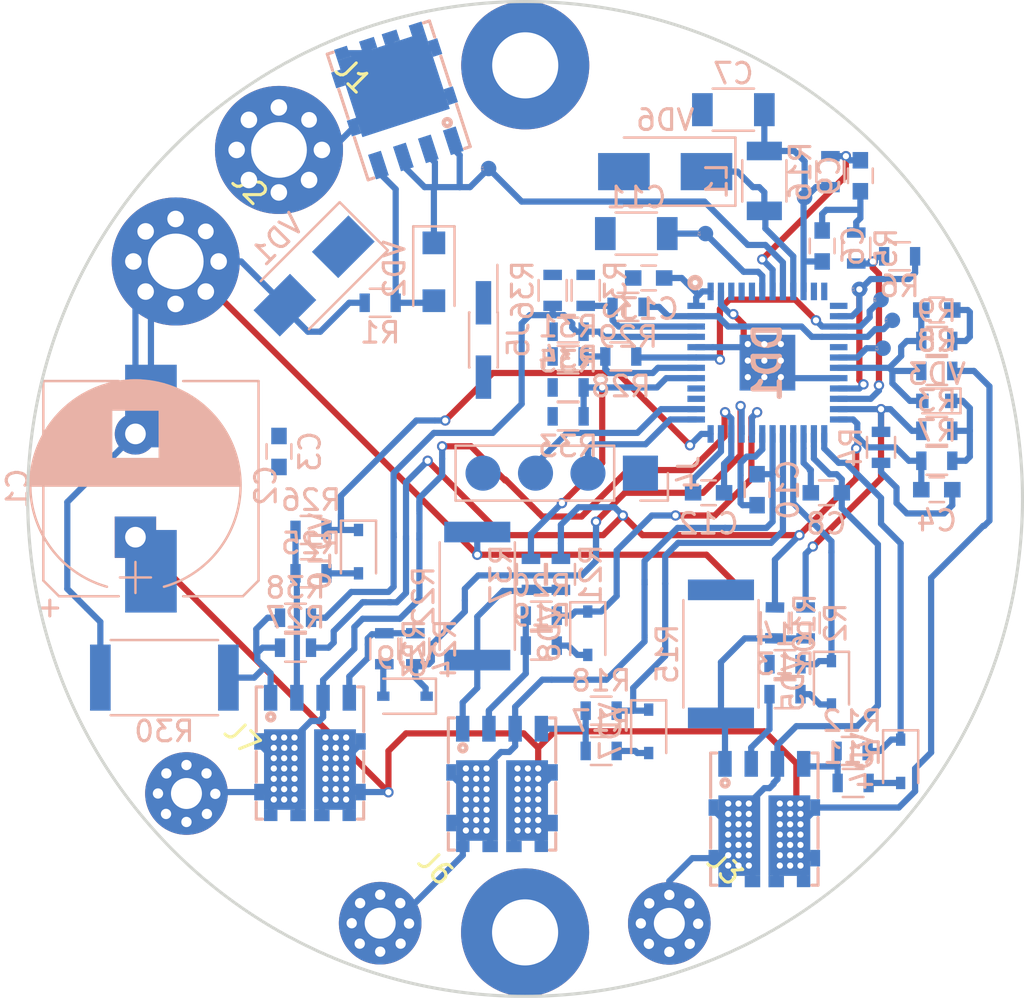
<source format=kicad_pcb>
(kicad_pcb (version 4) (host pcbnew 4.0.7)
  (layers (0 F.Cu signal) (31 B.Cu signal) (34 B.Paste user) (35 F.Paste user) (36 B.SilkS user) (37 F.SilkS user) (38 B.Mask user) (39 F.Mask user) (44 Edge.Cuts user))
  (net 0 "")
  (net 1 /NRST)
  (net 2 /OUTU)
  (net 3 /OUTV)
  (net 4 /OUTW)
  (net 5 /VM)
  (net 6 /HSU)
  (net 7 /LSU)
  (net 8 /HSV)
  (net 9 /LSV)
  (net 10 /HSW)
  (net 11 /LSW)
  (net 12 /SWD_IO)
  (net 13 /SWD_CLK)
  (net 14 /UART1_TX)
  (net 15 /UART1_RX)
  (net 16 /SENSE3P)
  (net 17 /SENSE2P)
  (net 18 GNDD)
  (net 19 VCC)
  (net 20 "Net-(DD1-Pad3)")
  (net 21 "Net-(DD1-Pad4)")
  (net 22 "Net-(DD1-Pad5)")
  (net 23 "Net-(DD1-Pad9)")
  (net 24 "Net-(DD1-Pad11)")
  (net 25 "Net-(DD1-Pad12)")
  (net 26 "Net-(DD1-Pad13)")
  (net 27 OP2O)
  (net 28 OP3O)
  (net 29 "Net-(DD1-Pad17)")
  (net 30 "Net-(DD1-Pad18)")
  (net 31 "Net-(DD1-Pad22)")
  (net 32 "Net-(DD1-Pad23)")
  (net 33 "Net-(DD1-Pad41)")
  (net 34 "Net-(DD1-Pad42)")
  (net 35 "Net-(DD1-Pad45)")
  (net 36 "Net-(DD1-Pad46)")
  (net 37 "Net-(J1-Pad1)")
  (net 38 "Net-(R1-Pad2)")
  (net 39 "Net-(R11-Pad1)")
  (net 40 "Net-(R11-Pad2)")
  (net 41 "Net-(R13-Pad1)")
  (net 42 "Net-(R13-Pad2)")
  (net 43 "Net-(R17-Pad1)")
  (net 44 "Net-(R17-Pad2)")
  (net 45 "Net-(R19-Pad1)")
  (net 46 "Net-(R19-Pad2)")
  (net 47 "Net-(R23-Pad1)")
  (net 48 "Net-(R23-Pad2)")
  (net 49 "Net-(R25-Pad1)")
  (net 50 "Net-(R25-Pad2)")
  (net 51 "Net-(Hole2-Pad1)")
  (net 52 /OP1O)
  (net 53 "Net-(C10-Pad1)")
  (net 54 "Net-(C4-Pad1)")
  (net 55 "Net-(C12-Pad1)")
  (net 56 /SENSE1P)
  (net 57 "Net-(C5-Pad1)")
  (net 58 "Net-(C8-Pad1)")
  (net 59 /+12V)
  (net 60 "Net-(Hole1-Pad1)")
  (module stspin32f0:QFN50P700X700X100-49N-D (layer B.Cu) (at 110.15 124.1 270)
    (fp_text reference DD1 (at 0 0 270) (layer B.SilkS) (effects (font (size 1.27 1.27) (thickness 0.254)) (justify mirror)))
    (fp_text value STSPIN32F0 hide)
    (pad 1 smd rect (at -3.45 2.75 180) (size 0.3 0.85) (layers B.Cu B.Paste B.Mask) (net 19 VCC))
    (pad 2 smd rect (at -3.45 2.25 180) (size 0.3 0.85) (layers B.Cu B.Paste B.Mask) (net 18 GNDD))
    (pad 3 smd rect (at -3.45 1.75 180) (size 0.3 0.85) (layers B.Cu B.Paste B.Mask) (net 20 "Net-(DD1-Pad3)"))
    (pad 4 smd rect (at -3.45 1.25 180) (size 0.3 0.85) (layers B.Cu B.Paste B.Mask) (net 21 "Net-(DD1-Pad4)"))
    (pad 5 smd rect (at -3.45 0.75 180) (size 0.3 0.85) (layers B.Cu B.Paste B.Mask) (net 22 "Net-(DD1-Pad5)"))
    (pad 6 smd rect (at -3.45 0.25 180) (size 0.3 0.85) (layers B.Cu B.Paste B.Mask) (net 59 /+12V))
    (pad 7 smd rect (at -3.45 -0.25 180) (size 0.3 0.85) (layers B.Cu B.Paste B.Mask) (net 1 /NRST))
    (pad 8 smd rect (at -3.45 -0.75 180) (size 0.3 0.85) (layers B.Cu B.Paste B.Mask) (net 5 /VM))
    (pad 9 smd rect (at -3.45 -1.25 180) (size 0.3 0.85) (layers B.Cu B.Paste B.Mask) (net 23 "Net-(DD1-Pad9)"))
    (pad 10 smd rect (at -3.45 -1.75 180) (size 0.3 0.85) (layers B.Cu B.Paste B.Mask) (net 19 VCC))
    (pad 11 smd rect (at -3.45 -2.25 180) (size 0.3 0.85) (layers B.Cu B.Paste B.Mask) (net 24 "Net-(DD1-Pad11)"))
    (pad 12 smd rect (at -3.45 -2.75 180) (size 0.3 0.85) (layers B.Cu B.Paste B.Mask) (net 25 "Net-(DD1-Pad12)"))
    (pad 13 smd rect (at -2.75 -3.45 270) (size 0.3 0.85) (layers B.Cu B.Paste B.Mask) (net 26 "Net-(DD1-Pad13)"))
    (pad 14 smd rect (at -2.25 -3.45 270) (size 0.3 0.85) (layers B.Cu B.Paste B.Mask) (net 52 /OP1O))
    (pad 15 smd rect (at -1.75 -3.45 270) (size 0.3 0.85) (layers B.Cu B.Paste B.Mask) (net 27 OP2O))
    (pad 16 smd rect (at -1.25 -3.45 270) (size 0.3 0.85) (layers B.Cu B.Paste B.Mask) (net 28 OP3O))
    (pad 17 smd rect (at -0.75 -3.45 270) (size 0.3 0.85) (layers B.Cu B.Paste B.Mask) (net 29 "Net-(DD1-Pad17)"))
    (pad 18 smd rect (at -0.25 -3.45 270) (size 0.3 0.85) (layers B.Cu B.Paste B.Mask) (net 30 "Net-(DD1-Pad18)"))
    (pad 19 smd rect (at 0.25 -3.45 270) (size 0.3 0.85) (layers B.Cu B.Paste B.Mask) (net 57 "Net-(C5-Pad1)"))
    (pad 20 smd rect (at 0.75 -3.45 270) (size 0.3 0.85) (layers B.Cu B.Paste B.Mask) (net 18 GNDD))
    (pad 21 smd rect (at 1.25 -3.45 270) (size 0.3 0.85) (layers B.Cu B.Paste B.Mask) (net 52 /OP1O))
    (pad 22 smd rect (at 1.75 -3.45 270) (size 0.3 0.85) (layers B.Cu B.Paste B.Mask) (net 31 "Net-(DD1-Pad22)"))
    (pad 23 smd rect (at 2.25 -3.45 270) (size 0.3 0.85) (layers B.Cu B.Paste B.Mask) (net 32 "Net-(DD1-Pad23)"))
    (pad 24 smd rect (at 2.75 -3.45 270) (size 0.3 0.85) (layers B.Cu B.Paste B.Mask) (net 54 "Net-(C4-Pad1)"))
    (pad 25 smd rect (at 3.45 -2.75 180) (size 0.3 0.85) (layers B.Cu B.Paste B.Mask) (net 10 /HSW))
    (pad 26 smd rect (at 3.45 -2.25 180) (size 0.3 0.85) (layers B.Cu B.Paste B.Mask) (net 4 /OUTW))
    (pad 27 smd rect (at 3.45 -1.75 180) (size 0.3 0.85) (layers B.Cu B.Paste B.Mask) (net 58 "Net-(C8-Pad1)"))
    (pad 28 smd rect (at 3.45 -1.25 180) (size 0.3 0.85) (layers B.Cu B.Paste B.Mask) (net 11 /LSW))
    (pad 29 smd rect (at 3.45 -0.75 180) (size 0.3 0.85) (layers B.Cu B.Paste B.Mask) (net 8 /HSV))
    (pad 30 smd rect (at 3.45 -0.25 180) (size 0.3 0.85) (layers B.Cu B.Paste B.Mask) (net 3 /OUTV))
    (pad 31 smd rect (at 3.45 0.25 180) (size 0.3 0.85) (layers B.Cu B.Paste B.Mask) (net 53 "Net-(C10-Pad1)"))
    (pad 32 smd rect (at 3.45 0.75 180) (size 0.3 0.85) (layers B.Cu B.Paste B.Mask) (net 9 /LSV))
    (pad 33 smd rect (at 3.45 1.25 180) (size 0.3 0.85) (layers B.Cu B.Paste B.Mask) (net 6 /HSU))
    (pad 34 smd rect (at 3.45 1.75 180) (size 0.3 0.85) (layers B.Cu B.Paste B.Mask) (net 2 /OUTU))
    (pad 35 smd rect (at 3.45 2.25 180) (size 0.3 0.85) (layers B.Cu B.Paste B.Mask) (net 55 "Net-(C12-Pad1)"))
    (pad 36 smd rect (at 3.45 2.75 180) (size 0.3 0.85) (layers B.Cu B.Paste B.Mask) (net 7 /LSU))
    (pad 37 smd rect (at 2.75 3.45 270) (size 0.3 0.85) (layers B.Cu B.Paste B.Mask) (net 12 /SWD_IO))
    (pad 38 smd rect (at 2.25 3.45 270) (size 0.3 0.85) (layers B.Cu B.Paste B.Mask) (net 13 /SWD_CLK))
    (pad 39 smd rect (at 1.75 3.45 270) (size 0.3 0.85) (layers B.Cu B.Paste B.Mask) (net 14 /UART1_TX))
    (pad 40 smd rect (at 1.25 3.45 270) (size 0.3 0.85) (layers B.Cu B.Paste B.Mask) (net 15 /UART1_RX))
    (pad 41 smd rect (at 0.75 3.45 270) (size 0.3 0.85) (layers B.Cu B.Paste B.Mask) (net 33 "Net-(DD1-Pad41)"))
    (pad 42 smd rect (at 0.25 3.45 270) (size 0.3 0.85) (layers B.Cu B.Paste B.Mask) (net 34 "Net-(DD1-Pad42)"))
    (pad 43 smd rect (at -0.25 3.45 270) (size 0.3 0.85) (layers B.Cu B.Paste B.Mask) (net 27 OP2O))
    (pad 44 smd rect (at -0.75 3.45 270) (size 0.3 0.85) (layers B.Cu B.Paste B.Mask) (net 18 GNDD))
    (pad 45 smd rect (at -1.25 3.45 270) (size 0.3 0.85) (layers B.Cu B.Paste B.Mask) (net 35 "Net-(DD1-Pad45)"))
    (pad 46 smd rect (at -1.75 3.45 270) (size 0.3 0.85) (layers B.Cu B.Paste B.Mask) (net 36 "Net-(DD1-Pad46)"))
    (pad 47 smd rect (at -2.25 3.45 270) (size 0.3 0.85) (layers B.Cu B.Paste B.Mask) (net 28 OP3O))
    (pad 48 smd rect (at -2.75 3.45 270) (size 0.3 0.85) (layers B.Cu B.Paste B.Mask) (net 19 VCC))
    (pad 49 smd rect (at 0 0 270) (size 2.7 2.7) (layers B.Cu B.Paste B.Mask) (net 18 GNDD))
  )
  (module shev:SolderWirePad_single_2.7mmDrill0.8Via6.2Width (layer F.Cu) (at 81.5 119.2 315)
    (fp_text reference J2 (at 0 -5.079999 315) (layer F.SilkS))
    (fp_text value Conn_01x01)
    (pad 1 thru_hole circle (at 0 0 315) (size 6.2 6.2) (drill 2.7) (layers *.Cu *.Mask) (net 18 GNDD))
    (pad 1 thru_hole circle (at 2.06 0 315) (size 1.4 1.4) (drill 0.8) (layers *.Cu *.Mask) (net 18 GNDD))
    (pad 1 thru_hole circle (at 1.47 -1.47 315) (size 1.4 1.4) (drill 0.8) (layers *.Cu *.Mask) (net 18 GNDD))
    (pad 1 thru_hole circle (at 0 -2.06 315) (size 1.4 1.4) (drill 0.762) (layers *.Cu *.Mask) (net 18 GNDD))
    (pad 1 thru_hole circle (at -1.46 -1.45 315) (size 1.4 1.4) (drill 0.8) (layers *.Cu *.Mask) (net 18 GNDD))
    (pad 1 thru_hole circle (at -2.06 0 315) (size 1.4 1.4) (drill 0.8) (layers *.Cu *.Mask) (net 18 GNDD))
    (pad 1 thru_hole circle (at -1.45 1.45 315) (size 1.4 1.4) (drill 0.8) (layers *.Cu *.Mask) (net 18 GNDD))
    (pad 1 thru_hole circle (at 0 2.06 315) (size 1.4 1.4) (drill 0.8) (layers *.Cu *.Mask) (net 18 GNDD))
    (pad 1 thru_hole circle (at 1.45 1.46 315) (size 1.4 1.4) (drill 0.8) (layers *.Cu *.Mask) (net 18 GNDD))
  )
  (module shev:SolderWirePad_single_2.7mmDrill0.8Via6.2Width (layer F.Cu) (at 86.5 113.8 315)
    (fp_text reference J1 (at 0 -5.079999 315) (layer F.SilkS))
    (fp_text value Conn_01x01)
    (pad 1 thru_hole circle (at 0 0 315) (size 6.2 6.2) (drill 2.7) (layers *.Cu *.Mask) (net 37 "Net-(J1-Pad1)"))
    (pad 1 thru_hole circle (at 2.06 0 315) (size 1.4 1.4) (drill 0.8) (layers *.Cu *.Mask) (net 37 "Net-(J1-Pad1)"))
    (pad 1 thru_hole circle (at 1.47 -1.47 315) (size 1.4 1.4) (drill 0.8) (layers *.Cu *.Mask) (net 37 "Net-(J1-Pad1)"))
    (pad 1 thru_hole circle (at 0 -2.06 315) (size 1.4 1.4) (drill 0.762) (layers *.Cu *.Mask) (net 37 "Net-(J1-Pad1)"))
    (pad 1 thru_hole circle (at -1.46 -1.45 315) (size 1.4 1.4) (drill 0.8) (layers *.Cu *.Mask) (net 37 "Net-(J1-Pad1)"))
    (pad 1 thru_hole circle (at -2.06 0 315) (size 1.4 1.4) (drill 0.8) (layers *.Cu *.Mask) (net 37 "Net-(J1-Pad1)"))
    (pad 1 thru_hole circle (at -1.45 1.45 315) (size 1.4 1.4) (drill 0.8) (layers *.Cu *.Mask) (net 37 "Net-(J1-Pad1)"))
    (pad 1 thru_hole circle (at 0 2.06 315) (size 1.4 1.4) (drill 0.8) (layers *.Cu *.Mask) (net 37 "Net-(J1-Pad1)"))
    (pad 1 thru_hole circle (at 1.45 1.46 315) (size 1.4 1.4) (drill 0.8) (layers *.Cu *.Mask) (net 37 "Net-(J1-Pad1)"))
  )
  (module shev:SolderWirePad_single_1.5mmDrill0.5Via4.0Width (layer F.Cu) (at 105.4 151.25 315)
    (fp_text reference J3 (at 0 -3.81 315) (layer F.SilkS))
    (fp_text value Conn_01x01)
    (pad 1 thru_hole circle (at 0 0 315) (size 4.0005 4.0005) (drill 1.5) (layers *.Cu *.Mask) (net 4 /OUTW))
    (pad 1 thru_hole circle (at 1.4 0 315) (size 1.1 1.1) (drill 0.5) (layers *.Cu *.Mask) (net 4 /OUTW))
    (pad 1 thru_hole circle (at 1 -0.975 315) (size 1.1 1.1) (drill 0.5) (layers *.Cu *.Mask) (net 4 /OUTW))
    (pad 1 thru_hole circle (at 0 -1.375 315) (size 1.1 1.1) (drill 0.5) (layers *.Cu *.Mask) (net 4 /OUTW))
    (pad 1 thru_hole circle (at -0.975 -0.975 315) (size 1.1 1.1) (drill 0.5) (layers *.Cu *.Mask) (net 4 /OUTW))
    (pad 1 thru_hole circle (at -1.375 0 315) (size 1.1 1.1) (drill 0.5) (layers *.Cu *.Mask) (net 4 /OUTW))
    (pad 1 thru_hole circle (at -0.975 0.975 315) (size 1.1 1.1) (drill 0.5) (layers *.Cu *.Mask) (net 4 /OUTW))
    (pad 1 thru_hole circle (at 0 1.4 315) (size 1.1 1.1) (drill 0.5) (layers *.Cu *.Mask) (net 4 /OUTW))
    (pad 1 thru_hole circle (at 0.975 0.975 315) (size 1.1 1.1) (drill 0.5) (layers *.Cu *.Mask) (net 4 /OUTW))
  )
  (module shev:SolderWirePad_single_1.5mmDrill0.5Via4.0Width (layer F.Cu) (at 91.4 151.24 315)
    (fp_text reference J6 (at 0 -3.81 315) (layer F.SilkS))
    (fp_text value Conn_01x01)
    (pad 1 thru_hole circle (at 0 0 315) (size 4.0005 4.0005) (drill 1.5) (layers *.Cu *.Mask) (net 3 /OUTV))
    (pad 1 thru_hole circle (at 1.4 0 315) (size 1.1 1.1) (drill 0.5) (layers *.Cu *.Mask) (net 3 /OUTV))
    (pad 1 thru_hole circle (at 1 -0.975 315) (size 1.1 1.1) (drill 0.5) (layers *.Cu *.Mask) (net 3 /OUTV))
    (pad 1 thru_hole circle (at 0 -1.375 315) (size 1.1 1.1) (drill 0.5) (layers *.Cu *.Mask) (net 3 /OUTV))
    (pad 1 thru_hole circle (at -0.975 -0.975 315) (size 1.1 1.1) (drill 0.5) (layers *.Cu *.Mask) (net 3 /OUTV))
    (pad 1 thru_hole circle (at -1.375 0 315) (size 1.1 1.1) (drill 0.5) (layers *.Cu *.Mask) (net 3 /OUTV))
    (pad 1 thru_hole circle (at -0.975 0.975 315) (size 1.1 1.1) (drill 0.5) (layers *.Cu *.Mask) (net 3 /OUTV))
    (pad 1 thru_hole circle (at 0 1.4 315) (size 1.1 1.1) (drill 0.5) (layers *.Cu *.Mask) (net 3 /OUTV))
    (pad 1 thru_hole circle (at 0.975 0.975 315) (size 1.1 1.1) (drill 0.5) (layers *.Cu *.Mask) (net 3 /OUTV))
  )
  (module shev:SolderWirePad_single_1.5mmDrill0.5Via4.0Width (layer F.Cu) (at 82.02 144.96 315)
    (fp_text reference J7 (at 0 -3.81 315) (layer F.SilkS))
    (fp_text value Conn_01x01)
    (pad 1 thru_hole circle (at 0 0 315) (size 4.0005 4.0005) (drill 1.5) (layers *.Cu *.Mask) (net 2 /OUTU))
    (pad 1 thru_hole circle (at 1.4 0 315) (size 1.1 1.1) (drill 0.5) (layers *.Cu *.Mask) (net 2 /OUTU))
    (pad 1 thru_hole circle (at 1 -0.975 315) (size 1.1 1.1) (drill 0.5) (layers *.Cu *.Mask) (net 2 /OUTU))
    (pad 1 thru_hole circle (at 0 -1.375 315) (size 1.1 1.1) (drill 0.5) (layers *.Cu *.Mask) (net 2 /OUTU))
    (pad 1 thru_hole circle (at -0.975 -0.975 315) (size 1.1 1.1) (drill 0.5) (layers *.Cu *.Mask) (net 2 /OUTU))
    (pad 1 thru_hole circle (at -1.375 0 315) (size 1.1 1.1) (drill 0.5) (layers *.Cu *.Mask) (net 2 /OUTU))
    (pad 1 thru_hole circle (at -0.975 0.975 315) (size 1.1 1.1) (drill 0.5) (layers *.Cu *.Mask) (net 2 /OUTU))
    (pad 1 thru_hole circle (at 0 1.4 315) (size 1.1 1.1) (drill 0.5) (layers *.Cu *.Mask) (net 2 /OUTU))
    (pad 1 thru_hole circle (at 0.975 0.975 315) (size 1.1 1.1) (drill 0.5) (layers *.Cu *.Mask) (net 2 /OUTU))
  )
  (module Capacitors_SMD:CP_Elec_10x10.5 (layer B.Cu) (at 80.3 130.2 90)
    (fp_text reference C1 (at 0 -6.46 90) (layer B.SilkS) (effects (justify mirror)))
    (fp_text value 470u)
    (fp_text user + (at -5.78 -4.97 90) (layer B.SilkS) (effects (justify mirror)))
    (pad 1 smd rect (at -4 0 270) (size 4 2.5) (layers B.Cu B.Paste B.Mask) (net 5 /VM))
    (pad 2 smd rect (at 4 0 270) (size 4 2.5) (layers B.Cu B.Paste B.Mask) (net 18 GNDD))
  )
  (module shev:PowerFLAT-5x6_withVias (layer B.Cu) (at 88 143)
    (fp_text reference VT4)
    (fp_text value STL40DN3LLH5)
    (pad D2 smd rect (at -2.4625 -0.56) (size 0.475 0.8) (layers B.Cu B.Paste B.Mask) (net 2 /OUTU))
    (pad D2 smd rect (at -2.4625 1.89) (size 0.475 0.8) (layers B.Cu B.Paste B.Mask) (net 2 /OUTU))
    (pad D1 smd rect (at 2.4625 -0.56) (size 0.475 0.8) (layers B.Cu B.Paste B.Mask) (net 5 /VM))
    (pad D2 smd rect (at -1.9 3.02) (size 0.65 0.55) (layers B.Cu B.Paste B.Mask) (net 2 /OUTU))
    (pad D2 smd rect (at -0.575 3.025) (size 0.75 0.55) (layers B.Cu B.Paste B.Mask) (net 2 /OUTU))
    (pad D2 smd rect (at -1.2125 0.8) (size 2.025 3.9) (layers B.Cu B.Paste B.Mask) (net 2 /OUTU))
    (pad S2 smd rect (at -1.905 -2.675) (size 0.65 1.25) (layers B.Cu B.Paste B.Mask) (net 16 /SENSE3P))
    (pad G2 smd rect (at -0.635 -2.675) (size 0.65 1.25) (layers B.Cu B.Paste B.Mask) (net 50 "Net-(R25-Pad2)"))
    (pad S1 smd rect (at 0.635 -2.675) (size 0.65 1.25) (layers B.Cu B.Paste B.Mask) (net 2 /OUTU))
    (pad G1 smd rect (at 1.905 -2.675) (size 0.65 1.25) (layers B.Cu B.Paste B.Mask) (net 48 "Net-(R23-Pad2)"))
    (pad D1 smd rect (at 0.575 3.025) (size 0.75 0.55) (layers B.Cu B.Paste B.Mask) (net 5 /VM))
    (pad D1 smd rect (at 1.2125 0.8) (size 2.025 3.9) (layers B.Cu B.Paste B.Mask) (net 5 /VM))
    (pad D1 smd rect (at 1.9 3.02) (size 0.65 0.55) (layers B.Cu B.Paste B.Mask) (net 5 /VM))
    (pad D1 smd rect (at 2.4625 1.89) (size 0.475 0.8) (layers B.Cu B.Paste B.Mask) (net 5 /VM))
    (pad D2 thru_hole circle (at -1.75 2.25) (size 0.3 0.3) (drill 0.3) (layers *.Cu *.Mask) (net 2 /OUTU))
    (pad D2 thru_hole circle (at -1.25 2.25) (size 0.3 0.3) (drill 0.3) (layers *.Cu *.Mask) (net 2 /OUTU))
    (pad D2 thru_hole circle (at -0.75 2.25) (size 0.3 0.3) (drill 0.3) (layers *.Cu *.Mask) (net 2 /OUTU))
    (pad D2 thru_hole circle (at -1.25 1.75) (size 0.3 0.3) (drill 0.3) (layers *.Cu *.Mask) (net 2 /OUTU))
    (pad D2 thru_hole circle (at -1.75 1.75) (size 0.3 0.3) (drill 0.3) (layers *.Cu *.Mask) (net 2 /OUTU))
    (pad D2 thru_hole circle (at -0.75 1.75) (size 0.3 0.3) (drill 0.3) (layers *.Cu *.Mask) (net 2 /OUTU))
    (pad D2 thru_hole circle (at -1.75 1.25) (size 0.3 0.3) (drill 0.3) (layers *.Cu *.Mask) (net 2 /OUTU))
    (pad D2 thru_hole circle (at -1.25 1.25) (size 0.3 0.3) (drill 0.3) (layers *.Cu *.Mask) (net 2 /OUTU))
    (pad D2 thru_hole circle (at -0.75 1.25) (size 0.3 0.3) (drill 0.3) (layers *.Cu *.Mask) (net 2 /OUTU))
    (pad D2 thru_hole circle (at -1.75 0.75) (size 0.3 0.3) (drill 0.3) (layers *.Cu *.Mask) (net 2 /OUTU))
    (pad D2 thru_hole circle (at -1.25 0.75) (size 0.3 0.3) (drill 0.3) (layers *.Cu *.Mask) (net 2 /OUTU))
    (pad D2 thru_hole circle (at -0.75 0.75) (size 0.3 0.3) (drill 0.3) (layers *.Cu *.Mask) (net 2 /OUTU))
    (pad D2 thru_hole circle (at -1.75 0.25) (size 0.3 0.3) (drill 0.3) (layers *.Cu *.Mask) (net 2 /OUTU))
    (pad D2 thru_hole circle (at -1.25 0.25) (size 0.3 0.3) (drill 0.3) (layers *.Cu *.Mask) (net 2 /OUTU))
    (pad D2 thru_hole circle (at -0.75 0.25) (size 0.3 0.3) (drill 0.3) (layers *.Cu *.Mask) (net 2 /OUTU))
    (pad D2 thru_hole circle (at -1.75 -0.25) (size 0.3 0.3) (drill 0.3) (layers *.Cu *.Mask) (net 2 /OUTU))
    (pad D2 thru_hole circle (at -1.25 -0.25) (size 0.3 0.3) (drill 0.3) (layers *.Cu *.Mask) (net 2 /OUTU))
    (pad D2 thru_hole circle (at -0.75 -0.25) (size 0.3 0.3) (drill 0.3) (layers *.Cu *.Mask) (net 2 /OUTU))
    (pad D2 thru_hole circle (at -1.75 -0.75) (size 0.3 0.3) (drill 0.3) (layers *.Cu *.Mask) (net 2 /OUTU))
    (pad D2 thru_hole circle (at -1.25 -0.75) (size 0.3 0.3) (drill 0.3) (layers *.Cu *.Mask) (net 2 /OUTU))
    (pad D2 thru_hole circle (at -0.75 -0.75) (size 0.3 0.3) (drill 0.3) (layers *.Cu *.Mask) (net 2 /OUTU))
    (pad D1 thru_hole circle (at 1.75 2.25) (size 0.3 0.3) (drill 0.3) (layers *.Cu *.Mask) (net 5 /VM))
    (pad D1 thru_hole circle (at 1.25 2.25) (size 0.3 0.3) (drill 0.3) (layers *.Cu *.Mask) (net 5 /VM))
    (pad D1 thru_hole circle (at 0.75 2.25) (size 0.3 0.3) (drill 0.3) (layers *.Cu *.Mask) (net 5 /VM))
    (pad D1 thru_hole circle (at 0.75 1.75) (size 0.3 0.3) (drill 0.3) (layers *.Cu *.Mask) (net 5 /VM))
    (pad D1 thru_hole circle (at 1.25 1.75) (size 0.3 0.3) (drill 0.3) (layers *.Cu *.Mask) (net 5 /VM))
    (pad D1 thru_hole circle (at 1.75 1.75) (size 0.3 0.3) (drill 0.3) (layers *.Cu *.Mask) (net 5 /VM))
    (pad D1 thru_hole circle (at 0.75 1.25) (size 0.3 0.3) (drill 0.3) (layers *.Cu *.Mask) (net 5 /VM))
    (pad D1 thru_hole circle (at 1.25 1.25) (size 0.3 0.3) (drill 0.3) (layers *.Cu *.Mask) (net 5 /VM))
    (pad D1 thru_hole circle (at 1.75 1.25) (size 0.3 0.3) (drill 0.3) (layers *.Cu *.Mask) (net 5 /VM))
    (pad D1 thru_hole circle (at 1.75 0.75) (size 0.3 0.3) (drill 0.3) (layers *.Cu *.Mask) (net 5 /VM))
    (pad D1 thru_hole circle (at 1.25 0.75) (size 0.3 0.3) (drill 0.3) (layers *.Cu *.Mask) (net 5 /VM))
    (pad D1 thru_hole circle (at 0.75 0.75) (size 0.3 0.3) (drill 0.3) (layers *.Cu *.Mask) (net 5 /VM))
    (pad D1 thru_hole circle (at 0.75 0.25) (size 0.3 0.3) (drill 0.3) (layers *.Cu *.Mask) (net 5 /VM))
    (pad D1 thru_hole circle (at 1.25 0.25) (size 0.3 0.3) (drill 0.3) (layers *.Cu *.Mask) (net 5 /VM))
    (pad D1 thru_hole circle (at 1.75 0.25) (size 0.3 0.3) (drill 0.3) (layers *.Cu *.Mask) (net 5 /VM))
    (pad D1 thru_hole circle (at 0.75 -0.25) (size 0.3 0.3) (drill 0.3) (layers *.Cu *.Mask) (net 5 /VM))
    (pad D1 thru_hole circle (at 1.25 -0.25) (size 0.3 0.3) (drill 0.3) (layers *.Cu *.Mask) (net 5 /VM))
    (pad D1 thru_hole circle (at 1.75 -0.25) (size 0.3 0.3) (drill 0.3) (layers *.Cu *.Mask) (net 5 /VM))
    (pad D1 thru_hole circle (at 1.75 -0.75) (size 0.3 0.3) (drill 0.3) (layers *.Cu *.Mask) (net 5 /VM))
    (pad D1 thru_hole circle (at 1.25 -0.75) (size 0.3 0.3) (drill 0.3) (layers *.Cu *.Mask) (net 5 /VM))
    (pad D1 thru_hole circle (at 0.75 -0.75) (size 0.3 0.3) (drill 0.3) (layers *.Cu *.Mask) (net 5 /VM))
  )
  (module shev:PowerFLAT-5x6_withVias (layer B.Cu) (at 97.3 144.5)
    (fp_text reference VT3)
    (fp_text value STL40DN3LLH5)
    (pad D2 smd rect (at -2.4625 -0.56) (size 0.475 0.8) (layers B.Cu B.Paste B.Mask) (net 3 /OUTV))
    (pad D2 smd rect (at -2.4625 1.89) (size 0.475 0.8) (layers B.Cu B.Paste B.Mask) (net 3 /OUTV))
    (pad D1 smd rect (at 2.4625 -0.56) (size 0.475 0.8) (layers B.Cu B.Paste B.Mask) (net 5 /VM))
    (pad D2 smd rect (at -1.9 3.02) (size 0.65 0.55) (layers B.Cu B.Paste B.Mask) (net 3 /OUTV))
    (pad D2 smd rect (at -0.575 3.025) (size 0.75 0.55) (layers B.Cu B.Paste B.Mask) (net 3 /OUTV))
    (pad D2 smd rect (at -1.2125 0.8) (size 2.025 3.9) (layers B.Cu B.Paste B.Mask) (net 3 /OUTV))
    (pad S2 smd rect (at -1.905 -2.675) (size 0.65 1.25) (layers B.Cu B.Paste B.Mask) (net 17 /SENSE2P))
    (pad G2 smd rect (at -0.635 -2.675) (size 0.65 1.25) (layers B.Cu B.Paste B.Mask) (net 46 "Net-(R19-Pad2)"))
    (pad S1 smd rect (at 0.635 -2.675) (size 0.65 1.25) (layers B.Cu B.Paste B.Mask) (net 3 /OUTV))
    (pad G1 smd rect (at 1.905 -2.675) (size 0.65 1.25) (layers B.Cu B.Paste B.Mask) (net 44 "Net-(R17-Pad2)"))
    (pad D1 smd rect (at 0.575 3.025) (size 0.75 0.55) (layers B.Cu B.Paste B.Mask) (net 5 /VM))
    (pad D1 smd rect (at 1.2125 0.8) (size 2.025 3.9) (layers B.Cu B.Paste B.Mask) (net 5 /VM))
    (pad D1 smd rect (at 1.9 3.02) (size 0.65 0.55) (layers B.Cu B.Paste B.Mask) (net 5 /VM))
    (pad D1 smd rect (at 2.4625 1.89) (size 0.475 0.8) (layers B.Cu B.Paste B.Mask) (net 5 /VM))
    (pad D2 thru_hole circle (at -1.75 2.25) (size 0.3 0.3) (drill 0.3) (layers *.Cu *.Mask) (net 3 /OUTV))
    (pad D2 thru_hole circle (at -1.25 2.25) (size 0.3 0.3) (drill 0.3) (layers *.Cu *.Mask) (net 3 /OUTV))
    (pad D2 thru_hole circle (at -0.75 2.25) (size 0.3 0.3) (drill 0.3) (layers *.Cu *.Mask) (net 3 /OUTV))
    (pad D2 thru_hole circle (at -1.25 1.75) (size 0.3 0.3) (drill 0.3) (layers *.Cu *.Mask) (net 3 /OUTV))
    (pad D2 thru_hole circle (at -1.75 1.75) (size 0.3 0.3) (drill 0.3) (layers *.Cu *.Mask) (net 3 /OUTV))
    (pad D2 thru_hole circle (at -0.75 1.75) (size 0.3 0.3) (drill 0.3) (layers *.Cu *.Mask) (net 3 /OUTV))
    (pad D2 thru_hole circle (at -1.75 1.25) (size 0.3 0.3) (drill 0.3) (layers *.Cu *.Mask) (net 3 /OUTV))
    (pad D2 thru_hole circle (at -1.25 1.25) (size 0.3 0.3) (drill 0.3) (layers *.Cu *.Mask) (net 3 /OUTV))
    (pad D2 thru_hole circle (at -0.75 1.25) (size 0.3 0.3) (drill 0.3) (layers *.Cu *.Mask) (net 3 /OUTV))
    (pad D2 thru_hole circle (at -1.75 0.75) (size 0.3 0.3) (drill 0.3) (layers *.Cu *.Mask) (net 3 /OUTV))
    (pad D2 thru_hole circle (at -1.25 0.75) (size 0.3 0.3) (drill 0.3) (layers *.Cu *.Mask) (net 3 /OUTV))
    (pad D2 thru_hole circle (at -0.75 0.75) (size 0.3 0.3) (drill 0.3) (layers *.Cu *.Mask) (net 3 /OUTV))
    (pad D2 thru_hole circle (at -1.75 0.25) (size 0.3 0.3) (drill 0.3) (layers *.Cu *.Mask) (net 3 /OUTV))
    (pad D2 thru_hole circle (at -1.25 0.25) (size 0.3 0.3) (drill 0.3) (layers *.Cu *.Mask) (net 3 /OUTV))
    (pad D2 thru_hole circle (at -0.75 0.25) (size 0.3 0.3) (drill 0.3) (layers *.Cu *.Mask) (net 3 /OUTV))
    (pad D2 thru_hole circle (at -1.75 -0.25) (size 0.3 0.3) (drill 0.3) (layers *.Cu *.Mask) (net 3 /OUTV))
    (pad D2 thru_hole circle (at -1.25 -0.25) (size 0.3 0.3) (drill 0.3) (layers *.Cu *.Mask) (net 3 /OUTV))
    (pad D2 thru_hole circle (at -0.75 -0.25) (size 0.3 0.3) (drill 0.3) (layers *.Cu *.Mask) (net 3 /OUTV))
    (pad D2 thru_hole circle (at -1.75 -0.75) (size 0.3 0.3) (drill 0.3) (layers *.Cu *.Mask) (net 3 /OUTV))
    (pad D2 thru_hole circle (at -1.25 -0.75) (size 0.3 0.3) (drill 0.3) (layers *.Cu *.Mask) (net 3 /OUTV))
    (pad D2 thru_hole circle (at -0.75 -0.75) (size 0.3 0.3) (drill 0.3) (layers *.Cu *.Mask) (net 3 /OUTV))
    (pad D1 thru_hole circle (at 1.75 2.25) (size 0.3 0.3) (drill 0.3) (layers *.Cu *.Mask) (net 5 /VM))
    (pad D1 thru_hole circle (at 1.25 2.25) (size 0.3 0.3) (drill 0.3) (layers *.Cu *.Mask) (net 5 /VM))
    (pad D1 thru_hole circle (at 0.75 2.25) (size 0.3 0.3) (drill 0.3) (layers *.Cu *.Mask) (net 5 /VM))
    (pad D1 thru_hole circle (at 0.75 1.75) (size 0.3 0.3) (drill 0.3) (layers *.Cu *.Mask) (net 5 /VM))
    (pad D1 thru_hole circle (at 1.25 1.75) (size 0.3 0.3) (drill 0.3) (layers *.Cu *.Mask) (net 5 /VM))
    (pad D1 thru_hole circle (at 1.75 1.75) (size 0.3 0.3) (drill 0.3) (layers *.Cu *.Mask) (net 5 /VM))
    (pad D1 thru_hole circle (at 0.75 1.25) (size 0.3 0.3) (drill 0.3) (layers *.Cu *.Mask) (net 5 /VM))
    (pad D1 thru_hole circle (at 1.25 1.25) (size 0.3 0.3) (drill 0.3) (layers *.Cu *.Mask) (net 5 /VM))
    (pad D1 thru_hole circle (at 1.75 1.25) (size 0.3 0.3) (drill 0.3) (layers *.Cu *.Mask) (net 5 /VM))
    (pad D1 thru_hole circle (at 1.75 0.75) (size 0.3 0.3) (drill 0.3) (layers *.Cu *.Mask) (net 5 /VM))
    (pad D1 thru_hole circle (at 1.25 0.75) (size 0.3 0.3) (drill 0.3) (layers *.Cu *.Mask) (net 5 /VM))
    (pad D1 thru_hole circle (at 0.75 0.75) (size 0.3 0.3) (drill 0.3) (layers *.Cu *.Mask) (net 5 /VM))
    (pad D1 thru_hole circle (at 0.75 0.25) (size 0.3 0.3) (drill 0.3) (layers *.Cu *.Mask) (net 5 /VM))
    (pad D1 thru_hole circle (at 1.25 0.25) (size 0.3 0.3) (drill 0.3) (layers *.Cu *.Mask) (net 5 /VM))
    (pad D1 thru_hole circle (at 1.75 0.25) (size 0.3 0.3) (drill 0.3) (layers *.Cu *.Mask) (net 5 /VM))
    (pad D1 thru_hole circle (at 0.75 -0.25) (size 0.3 0.3) (drill 0.3) (layers *.Cu *.Mask) (net 5 /VM))
    (pad D1 thru_hole circle (at 1.25 -0.25) (size 0.3 0.3) (drill 0.3) (layers *.Cu *.Mask) (net 5 /VM))
    (pad D1 thru_hole circle (at 1.75 -0.25) (size 0.3 0.3) (drill 0.3) (layers *.Cu *.Mask) (net 5 /VM))
    (pad D1 thru_hole circle (at 1.75 -0.75) (size 0.3 0.3) (drill 0.3) (layers *.Cu *.Mask) (net 5 /VM))
    (pad D1 thru_hole circle (at 1.25 -0.75) (size 0.3 0.3) (drill 0.3) (layers *.Cu *.Mask) (net 5 /VM))
    (pad D1 thru_hole circle (at 0.75 -0.75) (size 0.3 0.3) (drill 0.3) (layers *.Cu *.Mask) (net 5 /VM))
  )
  (module shev:PowerFLAT-5x6_withVias (layer B.Cu) (at 110 146.2)
    (fp_text reference VT2)
    (fp_text value STL40DN3LLH5)
    (pad D2 smd rect (at -2.4625 -0.56) (size 0.475 0.8) (layers B.Cu B.Paste B.Mask) (net 4 /OUTW))
    (pad D2 smd rect (at -2.4625 1.89) (size 0.475 0.8) (layers B.Cu B.Paste B.Mask) (net 4 /OUTW))
    (pad D1 smd rect (at 2.4625 -0.56) (size 0.475 0.8) (layers B.Cu B.Paste B.Mask) (net 5 /VM))
    (pad D2 smd rect (at -1.9 3.02) (size 0.65 0.55) (layers B.Cu B.Paste B.Mask) (net 4 /OUTW))
    (pad D2 smd rect (at -0.575 3.025) (size 0.75 0.55) (layers B.Cu B.Paste B.Mask) (net 4 /OUTW))
    (pad D2 smd rect (at -1.2125 0.8) (size 2.025 3.9) (layers B.Cu B.Paste B.Mask) (net 4 /OUTW))
    (pad S2 smd rect (at -1.905 -2.675) (size 0.65 1.25) (layers B.Cu B.Paste B.Mask) (net 56 /SENSE1P))
    (pad G2 smd rect (at -0.635 -2.675) (size 0.65 1.25) (layers B.Cu B.Paste B.Mask) (net 42 "Net-(R13-Pad2)"))
    (pad S1 smd rect (at 0.635 -2.675) (size 0.65 1.25) (layers B.Cu B.Paste B.Mask) (net 4 /OUTW))
    (pad G1 smd rect (at 1.905 -2.675) (size 0.65 1.25) (layers B.Cu B.Paste B.Mask) (net 40 "Net-(R11-Pad2)"))
    (pad D1 smd rect (at 0.575 3.025) (size 0.75 0.55) (layers B.Cu B.Paste B.Mask) (net 5 /VM))
    (pad D1 smd rect (at 1.2125 0.8) (size 2.025 3.9) (layers B.Cu B.Paste B.Mask) (net 5 /VM))
    (pad D1 smd rect (at 1.9 3.02) (size 0.65 0.55) (layers B.Cu B.Paste B.Mask) (net 5 /VM))
    (pad D1 smd rect (at 2.4625 1.89) (size 0.475 0.8) (layers B.Cu B.Paste B.Mask) (net 5 /VM))
    (pad D2 thru_hole circle (at -1.75 2.25) (size 0.3 0.3) (drill 0.3) (layers *.Cu *.Mask) (net 4 /OUTW))
    (pad D2 thru_hole circle (at -1.25 2.25) (size 0.3 0.3) (drill 0.3) (layers *.Cu *.Mask) (net 4 /OUTW))
    (pad D2 thru_hole circle (at -0.75 2.25) (size 0.3 0.3) (drill 0.3) (layers *.Cu *.Mask) (net 4 /OUTW))
    (pad D2 thru_hole circle (at -1.25 1.75) (size 0.3 0.3) (drill 0.3) (layers *.Cu *.Mask) (net 4 /OUTW))
    (pad D2 thru_hole circle (at -1.75 1.75) (size 0.3 0.3) (drill 0.3) (layers *.Cu *.Mask) (net 4 /OUTW))
    (pad D2 thru_hole circle (at -0.75 1.75) (size 0.3 0.3) (drill 0.3) (layers *.Cu *.Mask) (net 4 /OUTW))
    (pad D2 thru_hole circle (at -1.75 1.25) (size 0.3 0.3) (drill 0.3) (layers *.Cu *.Mask) (net 4 /OUTW))
    (pad D2 thru_hole circle (at -1.25 1.25) (size 0.3 0.3) (drill 0.3) (layers *.Cu *.Mask) (net 4 /OUTW))
    (pad D2 thru_hole circle (at -0.75 1.25) (size 0.3 0.3) (drill 0.3) (layers *.Cu *.Mask) (net 4 /OUTW))
    (pad D2 thru_hole circle (at -1.75 0.75) (size 0.3 0.3) (drill 0.3) (layers *.Cu *.Mask) (net 4 /OUTW))
    (pad D2 thru_hole circle (at -1.25 0.75) (size 0.3 0.3) (drill 0.3) (layers *.Cu *.Mask) (net 4 /OUTW))
    (pad D2 thru_hole circle (at -0.75 0.75) (size 0.3 0.3) (drill 0.3) (layers *.Cu *.Mask) (net 4 /OUTW))
    (pad D2 thru_hole circle (at -1.75 0.25) (size 0.3 0.3) (drill 0.3) (layers *.Cu *.Mask) (net 4 /OUTW))
    (pad D2 thru_hole circle (at -1.25 0.25) (size 0.3 0.3) (drill 0.3) (layers *.Cu *.Mask) (net 4 /OUTW))
    (pad D2 thru_hole circle (at -0.75 0.25) (size 0.3 0.3) (drill 0.3) (layers *.Cu *.Mask) (net 4 /OUTW))
    (pad D2 thru_hole circle (at -1.75 -0.25) (size 0.3 0.3) (drill 0.3) (layers *.Cu *.Mask) (net 4 /OUTW))
    (pad D2 thru_hole circle (at -1.25 -0.25) (size 0.3 0.3) (drill 0.3) (layers *.Cu *.Mask) (net 4 /OUTW))
    (pad D2 thru_hole circle (at -0.75 -0.25) (size 0.3 0.3) (drill 0.3) (layers *.Cu *.Mask) (net 4 /OUTW))
    (pad D2 thru_hole circle (at -1.75 -0.75) (size 0.3 0.3) (drill 0.3) (layers *.Cu *.Mask) (net 4 /OUTW))
    (pad D2 thru_hole circle (at -1.25 -0.75) (size 0.3 0.3) (drill 0.3) (layers *.Cu *.Mask) (net 4 /OUTW))
    (pad D2 thru_hole circle (at -0.75 -0.75) (size 0.3 0.3) (drill 0.3) (layers *.Cu *.Mask) (net 4 /OUTW))
    (pad D1 thru_hole circle (at 1.75 2.25) (size 0.3 0.3) (drill 0.3) (layers *.Cu *.Mask) (net 5 /VM))
    (pad D1 thru_hole circle (at 1.25 2.25) (size 0.3 0.3) (drill 0.3) (layers *.Cu *.Mask) (net 5 /VM))
    (pad D1 thru_hole circle (at 0.75 2.25) (size 0.3 0.3) (drill 0.3) (layers *.Cu *.Mask) (net 5 /VM))
    (pad D1 thru_hole circle (at 0.75 1.75) (size 0.3 0.3) (drill 0.3) (layers *.Cu *.Mask) (net 5 /VM))
    (pad D1 thru_hole circle (at 1.25 1.75) (size 0.3 0.3) (drill 0.3) (layers *.Cu *.Mask) (net 5 /VM))
    (pad D1 thru_hole circle (at 1.75 1.75) (size 0.3 0.3) (drill 0.3) (layers *.Cu *.Mask) (net 5 /VM))
    (pad D1 thru_hole circle (at 0.75 1.25) (size 0.3 0.3) (drill 0.3) (layers *.Cu *.Mask) (net 5 /VM))
    (pad D1 thru_hole circle (at 1.25 1.25) (size 0.3 0.3) (drill 0.3) (layers *.Cu *.Mask) (net 5 /VM))
    (pad D1 thru_hole circle (at 1.75 1.25) (size 0.3 0.3) (drill 0.3) (layers *.Cu *.Mask) (net 5 /VM))
    (pad D1 thru_hole circle (at 1.75 0.75) (size 0.3 0.3) (drill 0.3) (layers *.Cu *.Mask) (net 5 /VM))
    (pad D1 thru_hole circle (at 1.25 0.75) (size 0.3 0.3) (drill 0.3) (layers *.Cu *.Mask) (net 5 /VM))
    (pad D1 thru_hole circle (at 0.75 0.75) (size 0.3 0.3) (drill 0.3) (layers *.Cu *.Mask) (net 5 /VM))
    (pad D1 thru_hole circle (at 0.75 0.25) (size 0.3 0.3) (drill 0.3) (layers *.Cu *.Mask) (net 5 /VM))
    (pad D1 thru_hole circle (at 1.25 0.25) (size 0.3 0.3) (drill 0.3) (layers *.Cu *.Mask) (net 5 /VM))
    (pad D1 thru_hole circle (at 1.75 0.25) (size 0.3 0.3) (drill 0.3) (layers *.Cu *.Mask) (net 5 /VM))
    (pad D1 thru_hole circle (at 0.75 -0.25) (size 0.3 0.3) (drill 0.3) (layers *.Cu *.Mask) (net 5 /VM))
    (pad D1 thru_hole circle (at 1.25 -0.25) (size 0.3 0.3) (drill 0.3) (layers *.Cu *.Mask) (net 5 /VM))
    (pad D1 thru_hole circle (at 1.75 -0.25) (size 0.3 0.3) (drill 0.3) (layers *.Cu *.Mask) (net 5 /VM))
    (pad D1 thru_hole circle (at 1.75 -0.75) (size 0.3 0.3) (drill 0.3) (layers *.Cu *.Mask) (net 5 /VM))
    (pad D1 thru_hole circle (at 1.25 -0.75) (size 0.3 0.3) (drill 0.3) (layers *.Cu *.Mask) (net 5 /VM))
    (pad D1 thru_hole circle (at 0.75 -0.75) (size 0.3 0.3) (drill 0.3) (layers *.Cu *.Mask) (net 5 /VM))
  )
  (module Diodes_SMD:D_SOD-123F (layer B.Cu) (at 94 119.7 270)
    (fp_text reference VD2 (at -0.127 1.905 270) (layer B.SilkS) (effects (justify mirror)))
    (fp_text value KDZVTFTR18B-18V)
    (pad 1 smd rect (at -1.4 0 270) (size 1.1 1.1) (layers B.Cu B.Paste B.Mask) (net 5 /VM))
    (pad 2 smd rect (at 1.4 0 270) (size 1.1 1.1) (layers B.Cu B.Paste B.Mask) (net 38 "Net-(R1-Pad2)"))
  )
  (module Capacitors_THT:CP_Radial_D10.0mm_P5.00mm (layer B.Cu) (at 79.55 132.55 90)
    (fp_text reference C2 (at 2.5 6.31 90) (layer B.SilkS) (effects (justify mirror)))
    (fp_text value 470u)
    (pad 1 thru_hole rect (at 0 0 90) (size 2 2) (drill 1) (layers *.Cu *.Mask) (net 5 /VM))
    (pad 2 thru_hole circle (at 5 0 90) (size 2 2) (drill 1) (layers *.Cu *.Mask) (net 18 GNDD))
  )
  (module shev:hole3.2w6.2 (layer F.Cu) (at 98.422772 109.704134 315)
    (fp_text reference Hole1 (at 0 -0.3 315) (layer F.SilkS) (effects (font (size 0.127 0.127) (thickness 0.015))))
    (fp_text value Conn_01x01_Female)
    (pad 1 thru_hole circle (at 0 0 315) (size 6.2 6.2) (drill 3.2) (layers *.Cu *.Mask) (net 60 "Net-(Hole1-Pad1)"))
  )
  (module shev:hole3.2w6.2 (layer F.Cu) (at 98.415701 151.685063 315)
    (fp_text reference Hole2 (at 0 -0.3 315) (layer F.SilkS) (effects (font (size 0.127 0.127) (thickness 0.015))))
    (fp_text value Conn_01x01_Female)
    (pad 1 thru_hole circle (at 0 0 315) (size 6.2 6.2) (drill 3.2) (layers *.Cu *.Mask) (net 51 "Net-(Hole2-Pad1)"))
  )
  (module shev:Socket_Strip_Straight_1x04_Pitch2.54mm_SMD (layer B.Cu) (at 104 129.45 90)
    (fp_text reference J4 (at 0 2.33 90) (layer B.SilkS) (effects (justify mirror)))
    (fp_text value Conn_01x04)
    (pad 1 smd rect (at 0 0 90) (size 1.7 1.7) (layers B.Cu B.Paste B.Mask) (net 18 GNDD))
    (pad 2 smd oval (at 0 -2.54 90) (size 1.7 1.7) (layers B.Cu B.Paste B.Mask) (net 12 /SWD_IO))
    (pad 3 smd oval (at 0 -5.08 90) (size 1.7 1.7) (layers B.Cu B.Paste B.Mask) (net 13 /SWD_CLK))
    (pad 4 smd oval (at 0 -7.62 90) (size 1.7 1.7) (layers B.Cu B.Paste B.Mask) (net 19 VCC))
  )
  (module Socket_Strips:Socket_Strip_Straight_2x01_Pitch1.27mm_SMD (layer B.Cu) (at 96.4 123 90)
    (fp_text reference J5 (at 0 1.695 90) (layer B.SilkS) (effects (justify mirror)))
    (fp_text value Conn_01x02)
    (pad 1 smd rect (at 1.8 0 90) (size 2.1 0.75) (layers B.Cu B.Paste B.Mask) (net 14 /UART1_TX))
    (pad 2 smd rect (at -1.8 0 90) (size 2.1 0.75) (layers B.Cu B.Paste B.Mask) (net 15 /UART1_RX))
  )
  (module shev:testPoint (layer B.Cu) (at 116.2 122.05 270)
    (fp_text reference X7 (at 0 0.3 270) (layer B.SilkS) (effects (font (size 0.127 0.127) (thickness 0.015)) (justify mirror)))
    (fp_text value "test point")
    (pad 1 smd circle (at 0 0 270) (size 0.75 0.75) (layers B.Cu B.Paste B.Mask) (net 28 OP3O))
  )
  (module shev:testPoint (layer B.Cu) (at 115.65 121.05 270)
    (fp_text reference X6 (at 0 0.3 270) (layer B.SilkS) (effects (font (size 0.127 0.127) (thickness 0.015)) (justify mirror)))
    (fp_text value "test point")
    (pad 1 smd circle (at 0 0 270) (size 0.75 0.75) (layers B.Cu B.Paste B.Mask) (net 27 OP2O))
  )
  (module shev:testPoint (layer B.Cu) (at 107.15 117.85 270)
    (fp_text reference X5 (at 0 0.3 270) (layer B.SilkS) (effects (font (size 0.127 0.127) (thickness 0.015)) (justify mirror)))
    (fp_text value "test point")
    (pad 1 smd circle (at 0 0 270) (size 0.75 0.75) (layers B.Cu B.Paste B.Mask) (net 59 /+12V))
  )
  (module shev:testPoint (layer B.Cu) (at 111.95 116.1 270)
    (fp_text reference X4 (at 0 0.3 270) (layer B.SilkS) (effects (font (size 0.127 0.127) (thickness 0.015)) (justify mirror)))
    (fp_text value "test point")
    (pad 1 smd circle (at 0 0 270) (size 0.75 0.75) (layers B.Cu B.Paste B.Mask) (net 19 VCC))
  )
  (module shev:testPoint (layer B.Cu) (at 115.75 123.4 270)
    (fp_text reference X3 (at 0 0.3 270) (layer B.SilkS) (effects (font (size 0.127 0.127) (thickness 0.015)) (justify mirror)))
    (fp_text value "test point")
    (pad 1 smd circle (at 0 0 270) (size 0.75 0.75) (layers B.Cu B.Paste B.Mask) (net 30 "Net-(DD1-Pad18)"))
  )
  (module shev:testPoint (layer B.Cu) (at 114.6 120.55 270)
    (fp_text reference X2 (at 0 0.3 270) (layer B.SilkS) (effects (font (size 0.127 0.127) (thickness 0.015)) (justify mirror)))
    (fp_text value "test point")
    (pad 1 smd circle (at 0 0 270) (size 0.75 0.75) (layers B.Cu B.Paste B.Mask) (net 52 /OP1O))
  )
  (module shev:testPoint (layer B.Cu) (at 96.65 114.7 270)
    (fp_text reference X1 (at 0 0.3 270) (layer B.SilkS) (effects (font (size 0.127 0.127) (thickness 0.015)) (justify mirror)))
    (fp_text value "test point")
    (pad 1 smd circle (at 0 0 270) (size 0.75 0.75) (layers B.Cu B.Paste B.Mask) (net 5 /VM))
  )
  (module Capacitors_SMD:C_1206 (layer B.Cu) (at 103.8 117.85 180)
    (fp_text reference C11 (at 0 1.75 180) (layer B.SilkS) (effects (justify mirror)))
    (fp_text value 22u)
    (pad 1 smd rect (at -1.5 0 180) (size 1 1.6) (layers B.Cu B.Paste B.Mask) (net 59 /+12V))
    (pad 2 smd rect (at 1.5 0 180) (size 1 1.6) (layers B.Cu B.Paste B.Mask) (net 18 GNDD))
  )
  (module Capacitors_SMD:C_0603 (layer B.Cu) (at 114.65 115.05 270)
    (fp_text reference C9 (at 0 1.5 270) (layer B.SilkS) (effects (justify mirror)))
    (fp_text value 100n)
    (pad 2 smd rect (at 0.75 0 270) (size 0.8 0.75) (layers B.Cu B.Paste B.Mask) (net 18 GNDD))
    (pad 1 smd rect (at -0.75 0 270) (size 0.8 0.75) (layers B.Cu B.Paste B.Mask) (net 1 /NRST))
  )
  (module Capacitors_SMD:C_1206 (layer B.Cu) (at 108.5 111.85 180)
    (fp_text reference C7 (at 0 1.75 180) (layer B.SilkS) (effects (justify mirror)))
    (fp_text value 22u)
    (pad 1 smd rect (at -1.5 0 180) (size 1 1.6) (layers B.Cu B.Paste B.Mask) (net 19 VCC))
    (pad 2 smd rect (at 1.5 0 180) (size 1 1.6) (layers B.Cu B.Paste B.Mask) (net 18 GNDD))
  )
  (module Capacitors_SMD:C_0603 (layer B.Cu) (at 118.35 121.55)
    (fp_text reference C5 (at 0 1.5) (layer B.SilkS) (effects (justify mirror)))
    (fp_text value 100n)
    (pad 2 smd rect (at 0.75 0) (size 0.8 0.75) (layers B.Cu B.Paste B.Mask) (net 18 GNDD))
    (pad 1 smd rect (at -0.75 0) (size 0.8 0.75) (layers B.Cu B.Paste B.Mask) (net 57 "Net-(C5-Pad1)"))
  )
  (module Capacitors_SMD:C_0603 (layer B.Cu) (at 118.35 130.25)
    (fp_text reference C4 (at 0 1.5) (layer B.SilkS) (effects (justify mirror)))
    (fp_text value 1n)
    (pad 2 smd rect (at 0.75 0) (size 0.8 0.75) (layers B.Cu B.Paste B.Mask) (net 18 GNDD))
    (pad 1 smd rect (at -0.75 0) (size 0.8 0.75) (layers B.Cu B.Paste B.Mask) (net 54 "Net-(C4-Pad1)"))
  )
  (module Capacitors_SMD:C_0603 (layer B.Cu) (at 104.4 120)
    (fp_text reference C13 (at 0 1.5) (layer B.SilkS) (effects (justify mirror)))
    (fp_text value 100n)
    (pad 2 smd rect (at 0.75 0) (size 0.8 0.75) (layers B.Cu B.Paste B.Mask) (net 19 VCC))
    (pad 1 smd rect (at -0.75 0) (size 0.8 0.75) (layers B.Cu B.Paste B.Mask) (net 18 GNDD))
  )
  (module Capacitors_SMD:C_0603 (layer B.Cu) (at 107.3 130.4)
    (fp_text reference C12 (at 0 1.5) (layer B.SilkS) (effects (justify mirror)))
    (fp_text value 100n)
    (pad 2 smd rect (at 0.75 0) (size 0.8 0.75) (layers B.Cu B.Paste B.Mask) (net 2 /OUTU))
    (pad 1 smd rect (at -0.75 0) (size 0.8 0.75) (layers B.Cu B.Paste B.Mask) (net 55 "Net-(C12-Pad1)"))
  )
  (module QFN50P700X700X100-49N-D:PowerFLAT-5x6-Single (layer B.Cu) (at 92.3 111.4 198)
    (fp_text reference VT1)
    (fp_text value STL60P4LLF6)
    (pad D smd rect (at -2.4625 -0.56 198) (size 0.475 0.8) (layers B.Cu B.Paste B.Mask) (net 37 "Net-(J1-Pad1)"))
    (pad D smd rect (at -2.4625 1.89 198) (size 0.475 0.8) (layers B.Cu B.Paste B.Mask) (net 37 "Net-(J1-Pad1)"))
    (pad D smd rect (at 2.4625 -0.56 198) (size 0.475 0.8) (layers B.Cu B.Paste B.Mask) (net 37 "Net-(J1-Pad1)"))
    (pad D smd rect (at -1.9 3.02 198) (size 0.65 0.55) (layers B.Cu B.Paste B.Mask) (net 37 "Net-(J1-Pad1)"))
    (pad D smd rect (at -0.575 3.025 198) (size 0.75 0.55) (layers B.Cu B.Paste B.Mask) (net 37 "Net-(J1-Pad1)"))
    (pad D smd rect (at 0 0.8 198) (size 4.45 3.9) (layers B.Cu B.Paste B.Mask) (net 37 "Net-(J1-Pad1)"))
    (pad S smd rect (at -1.905 -2.675 198) (size 0.65 1.25) (layers B.Cu B.Paste B.Mask) (net 5 /VM))
    (pad S smd rect (at -0.635 -2.675 198) (size 0.65 1.25) (layers B.Cu B.Paste B.Mask) (net 5 /VM))
    (pad S smd rect (at 0.635 -2.675 198) (size 0.65 1.25) (layers B.Cu B.Paste B.Mask) (net 5 /VM))
    (pad G smd rect (at 1.905 -2.675 198) (size 0.65 1.25) (layers B.Cu B.Paste B.Mask) (net 38 "Net-(R1-Pad2)"))
    (pad D smd rect (at 0.575 3.025 198) (size 0.75 0.55) (layers B.Cu B.Paste B.Mask) (net 37 "Net-(J1-Pad1)"))
    (pad D smd rect (at 1.9 3.02 198) (size 0.65 0.55) (layers B.Cu B.Paste B.Mask) (net 37 "Net-(J1-Pad1)"))
    (pad D smd rect (at 2.4625 1.89 198) (size 0.475 0.8) (layers B.Cu B.Paste B.Mask) (net 37 "Net-(J1-Pad1)"))
  )
  (module Capacitors_SMD:C_0603 (layer B.Cu) (at 109.65 130.25 90)
    (fp_text reference C10 (at 0 1.5 90) (layer B.SilkS) (effects (justify mirror)))
    (fp_text value 100n)
    (pad 2 smd rect (at 0.75 0 90) (size 0.8 0.75) (layers B.Cu B.Paste B.Mask) (net 3 /OUTV))
    (pad 1 smd rect (at -0.75 0 90) (size 0.8 0.75) (layers B.Cu B.Paste B.Mask) (net 53 "Net-(C10-Pad1)"))
  )
  (module Capacitors_SMD:C_0603 (layer B.Cu) (at 113 130.4)
    (fp_text reference C8 (at 0 1.5) (layer B.SilkS) (effects (justify mirror)))
    (fp_text value 100n)
    (pad 2 smd rect (at 0.75 0) (size 0.8 0.75) (layers B.Cu B.Paste B.Mask) (net 4 /OUTW))
    (pad 1 smd rect (at -0.75 0) (size 0.8 0.75) (layers B.Cu B.Paste B.Mask) (net 58 "Net-(C8-Pad1)"))
  )
  (module Diodes_SMD:D_SOD-323 (layer B.Cu) (at 90.35 133.25 270)
    (fp_text reference VD10 (at 0 1.85 270) (layer B.SilkS) (effects (justify mirror)))
    (fp_text value 4148WS)
    (pad 1 smd rect (at -1.05 0 270) (size 0.6 0.45) (layers B.Cu B.Paste B.Mask) (net 7 /LSU))
    (pad 2 smd rect (at 1.05 0 270) (size 0.6 0.45) (layers B.Cu B.Paste B.Mask) (net 49 "Net-(R25-Pad1)"))
  )
  (module Diodes_SMD:D_SOD-323 (layer B.Cu) (at 92.6 140.25 180)
    (fp_text reference VD9 (at 0 1.85 180) (layer B.SilkS) (effects (justify mirror)))
    (fp_text value 4148WS)
    (pad 1 smd rect (at -1.05 0 180) (size 0.6 0.45) (layers B.Cu B.Paste B.Mask) (net 6 /HSU))
    (pad 2 smd rect (at 1.05 0 180) (size 0.6 0.45) (layers B.Cu B.Paste B.Mask) (net 47 "Net-(R23-Pad1)"))
  )
  (module Diodes_SMD:D_SOD-323 (layer B.Cu) (at 104.4 141.95 270)
    (fp_text reference VD7 (at 0 1.85 270) (layer B.SilkS) (effects (justify mirror)))
    (fp_text value 4148WS)
    (pad 1 smd rect (at -1.05 0 270) (size 0.6 0.45) (layers B.Cu B.Paste B.Mask) (net 8 /HSV))
    (pad 2 smd rect (at 1.05 0 270) (size 0.6 0.45) (layers B.Cu B.Paste B.Mask) (net 43 "Net-(R17-Pad1)"))
  )
  (module Diodes_SMD:D_SMA (layer B.Cu) (at 105.2 114.85 180)
    (fp_text reference VD6 (at 0 2.5 180) (layer B.SilkS) (effects (justify mirror)))
    (fp_text value STPS1L60)
    (pad 1 smd rect (at -2 0 180) (size 2.5 1.8) (layers B.Cu B.Paste B.Mask) (net 23 "Net-(DD1-Pad9)"))
    (pad 2 smd rect (at 2 0 180) (size 2.5 1.8) (layers B.Cu B.Paste B.Mask) (net 18 GNDD))
  )
  (module Diodes_SMD:D_SOD-323 (layer B.Cu) (at 113.25 139.6 270)
    (fp_text reference VD5 (at 0 1.85 270) (layer B.SilkS) (effects (justify mirror)))
    (fp_text value 4148WS)
    (pad 1 smd rect (at -1.05 0 270) (size 0.6 0.45) (layers B.Cu B.Paste B.Mask) (net 11 /LSW))
    (pad 2 smd rect (at 1.05 0 270) (size 0.6 0.45) (layers B.Cu B.Paste B.Mask) (net 41 "Net-(R13-Pad1)"))
  )
  (module Diodes_SMD:D_SOD-323 (layer B.Cu) (at 116.6 143.4 270)
    (fp_text reference VD4 (at 0 1.85 270) (layer B.SilkS) (effects (justify mirror)))
    (fp_text value 4148WS)
    (pad 1 smd rect (at -1.05 0 270) (size 0.6 0.45) (layers B.Cu B.Paste B.Mask) (net 10 /HSW))
    (pad 2 smd rect (at 1.05 0 270) (size 0.6 0.45) (layers B.Cu B.Paste B.Mask) (net 39 "Net-(R11-Pad1)"))
  )
  (module Diodes_SMD:D_SOD-523 (layer B.Cu) (at 118.35 125.95 180)
    (fp_text reference VD3 (at 0 1.3 180) (layer B.SilkS) (effects (justify mirror)))
    (fp_text value BAT30)
    (pad 2 smd rect (at 0.7 0) (size 0.6 0.7) (layers B.Cu B.Paste B.Mask) (net 57 "Net-(C5-Pad1)"))
    (pad 1 smd rect (at -0.7 0) (size 0.6 0.7) (layers B.Cu B.Paste B.Mask) (net 19 VCC))
  )
  (module Diodes_SMD:D_SMA (layer B.Cu) (at 88.2 119.9 225)
    (fp_text reference VD1 (at 0 2.5 225) (layer B.SilkS) (effects (justify mirror)))
    (fp_text value SMAJ26A)
    (pad 1 smd rect (at -2 0 225) (size 2.5 1.8) (layers B.Cu B.Paste B.Mask) (net 37 "Net-(J1-Pad1)"))
    (pad 2 smd rect (at 2 0 225) (size 2.5 1.8) (layers B.Cu B.Paste B.Mask) (net 18 GNDD))
  )
  (module Resistors_SMD:R_0603 (layer B.Cu) (at 87.3 136.45 180)
    (fp_text reference R38 (at 0 1.45 180) (layer B.SilkS) (effects (justify mirror)))
    (fp_text value 1k)
    (pad 1 smd rect (at -0.75 0 180) (size 0.5 0.9) (layers B.Cu B.Paste B.Mask) (net 35 "Net-(DD1-Pad45)"))
    (pad 2 smd rect (at 0.75 0 180) (size 0.5 0.9) (layers B.Cu B.Paste B.Mask) (net 16 /SENSE3P))
  )
  (module Resistors_SMD:R_0603 (layer B.Cu) (at 99.75 120.6 270)
    (fp_text reference R36 (at 0 1.45 270) (layer B.SilkS) (effects (justify mirror)))
    (fp_text value 1k)
    (pad 1 smd rect (at -0.75 0 270) (size 0.5 0.9) (layers B.Cu B.Paste B.Mask) (net 18 GNDD))
    (pad 2 smd rect (at 0.75 0 270) (size 0.5 0.9) (layers B.Cu B.Paste B.Mask) (net 35 "Net-(DD1-Pad45)"))
  )
  (module Resistors_SMD:R_0603 (layer B.Cu) (at 100.5 125.3 180)
    (fp_text reference R34 (at 0 1.45 180) (layer B.SilkS) (effects (justify mirror)))
    (fp_text value 1k)
    (pad 1 smd rect (at -0.75 0 180) (size 0.5 0.9) (layers B.Cu B.Paste B.Mask) (net 33 "Net-(DD1-Pad41)"))
    (pad 2 smd rect (at 0.75 0 180) (size 0.5 0.9) (layers B.Cu B.Paste B.Mask) (net 18 GNDD))
  )
  (module Resistors_SMD:R_0603 (layer B.Cu) (at 100.5 126.7)
    (fp_text reference R33 (at 0 1.45) (layer B.SilkS) (effects (justify mirror)))
    (fp_text value 10k)
    (pad 1 smd rect (at -0.75 0) (size 0.5 0.9) (layers B.Cu B.Paste B.Mask) (net 19 VCC))
    (pad 2 smd rect (at 0.75 0) (size 0.5 0.9) (layers B.Cu B.Paste B.Mask) (net 33 "Net-(DD1-Pad41)"))
  )
  (module Resistors_SMD:R_0603 (layer B.Cu) (at 101.35 120.6 90)
    (fp_text reference R32 (at 0 1.45 90) (layer B.SilkS) (effects (justify mirror)))
    (fp_text value 1k)
    (pad 1 smd rect (at -0.75 0 90) (size 0.5 0.9) (layers B.Cu B.Paste B.Mask) (net 36 "Net-(DD1-Pad46)"))
    (pad 2 smd rect (at 0.75 0 90) (size 0.5 0.9) (layers B.Cu B.Paste B.Mask) (net 18 GNDD))
  )
  (module Resistors_SMD:R_0603 (layer B.Cu) (at 100.5 123.8 180)
    (fp_text reference R31 (at 0 1.45 180) (layer B.SilkS) (effects (justify mirror)))
    (fp_text value 1k)
    (pad 1 smd rect (at -0.75 0 180) (size 0.5 0.9) (layers B.Cu B.Paste B.Mask) (net 34 "Net-(DD1-Pad42)"))
    (pad 2 smd rect (at 0.75 0 180) (size 0.5 0.9) (layers B.Cu B.Paste B.Mask) (net 18 GNDD))
  )
  (module Resistors_SMD:R_2512 (layer B.Cu) (at 80.95 139.35)
    (fp_text reference R30 (at 0 2.6) (layer B.SilkS) (effects (justify mirror)))
    (fp_text value 5L0)
    (pad 1 smd rect (at -3.1 0) (size 1 3.2) (layers B.Cu B.Paste B.Mask) (net 18 GNDD))
    (pad 2 smd rect (at 3.1 0) (size 1 3.2) (layers B.Cu B.Paste B.Mask) (net 16 /SENSE3P))
  )
  (module Resistors_SMD:R_0603 (layer B.Cu) (at 103.4 121.4)
    (fp_text reference R29 (at 0 1.45) (layer B.SilkS) (effects (justify mirror)))
    (fp_text value 10k)
    (pad 1 smd rect (at -0.75 0) (size 0.5 0.9) (layers B.Cu B.Paste B.Mask) (net 36 "Net-(DD1-Pad46)"))
    (pad 2 smd rect (at 0.75 0) (size 0.5 0.9) (layers B.Cu B.Paste B.Mask) (net 28 OP3O))
  )
  (module Resistors_SMD:R_0603 (layer B.Cu) (at 103.05 123.8)
    (fp_text reference R28 (at 0 1.45) (layer B.SilkS) (effects (justify mirror)))
    (fp_text value 10k)
    (pad 1 smd rect (at -0.75 0) (size 0.5 0.9) (layers B.Cu B.Paste B.Mask) (net 34 "Net-(DD1-Pad42)"))
    (pad 2 smd rect (at 0.75 0) (size 0.5 0.9) (layers B.Cu B.Paste B.Mask) (net 27 OP2O))
  )
  (module Resistors_SMD:R_0603 (layer B.Cu) (at 88.05 132.2 180)
    (fp_text reference R26 (at 0 1.45 180) (layer B.SilkS) (effects (justify mirror)))
    (fp_text value 68)
    (pad 1 smd rect (at -0.75 0 180) (size 0.5 0.9) (layers B.Cu B.Paste B.Mask) (net 7 /LSU))
    (pad 2 smd rect (at 0.75 0 180) (size 0.5 0.9) (layers B.Cu B.Paste B.Mask) (net 50 "Net-(R25-Pad2)"))
  )
  (module Resistors_SMD:R_0603 (layer B.Cu) (at 88.05 134.3 180)
    (fp_text reference R25 (at 0 1.45 180) (layer B.SilkS) (effects (justify mirror)))
    (fp_text value 10)
    (pad 1 smd rect (at -0.75 0 180) (size 0.5 0.9) (layers B.Cu B.Paste B.Mask) (net 49 "Net-(R25-Pad1)"))
    (pad 2 smd rect (at 0.75 0 180) (size 0.5 0.9) (layers B.Cu B.Paste B.Mask) (net 50 "Net-(R25-Pad2)"))
  )
  (module Resistors_SMD:R_0603 (layer B.Cu) (at 91.6 137.95 90)
    (fp_text reference R23 (at 0 1.45 90) (layer B.SilkS) (effects (justify mirror)))
    (fp_text value 10)
    (pad 1 smd rect (at -0.75 0 90) (size 0.5 0.9) (layers B.Cu B.Paste B.Mask) (net 47 "Net-(R23-Pad1)"))
    (pad 2 smd rect (at 0.75 0 90) (size 0.5 0.9) (layers B.Cu B.Paste B.Mask) (net 48 "Net-(R23-Pad2)"))
  )
  (module Resistors_SMD:R_2512 (layer B.Cu) (at 96.1 135.4 270)
    (fp_text reference R22 (at 0 2.6 270) (layer B.SilkS) (effects (justify mirror)))
    (fp_text value 5L0)
    (pad 1 smd rect (at -3.1 0 270) (size 1 3.2) (layers B.Cu B.Paste B.Mask) (net 18 GNDD))
    (pad 2 smd rect (at 3.1 0 270) (size 1 3.2) (layers B.Cu B.Paste B.Mask) (net 17 /SENSE2P))
  )
  (module Resistors_SMD:R_0603 (layer B.Cu) (at 100.15 134.35 90)
    (fp_text reference R21 (at 0 1.45 90) (layer B.SilkS) (effects (justify mirror)))
    (fp_text value 2.2k)
    (pad 1 smd rect (at -0.75 0 90) (size 0.5 0.9) (layers B.Cu B.Paste B.Mask) (net 17 /SENSE2P))
    (pad 2 smd rect (at 0.75 0 90) (size 0.5 0.9) (layers B.Cu B.Paste B.Mask) (net 54 "Net-(C4-Pad1)"))
  )
  (module Resistors_SMD:R_0603 (layer B.Cu) (at 99.2 136.35 180)
    (fp_text reference R20 (at 0 1.45 180) (layer B.SilkS) (effects (justify mirror)))
    (fp_text value 68)
    (pad 1 smd rect (at -0.75 0 180) (size 0.5 0.9) (layers B.Cu B.Paste B.Mask) (net 9 /LSV))
    (pad 2 smd rect (at 0.75 0 180) (size 0.5 0.9) (layers B.Cu B.Paste B.Mask) (net 46 "Net-(R19-Pad2)"))
  )
  (module Resistors_SMD:R_0603 (layer B.Cu) (at 99.2 137.8 180)
    (fp_text reference R19 (at 0 1.45 180) (layer B.SilkS) (effects (justify mirror)))
    (fp_text value 10)
    (pad 1 smd rect (at -0.75 0 180) (size 0.5 0.9) (layers B.Cu B.Paste B.Mask) (net 45 "Net-(R19-Pad1)"))
    (pad 2 smd rect (at 0.75 0 180) (size 0.5 0.9) (layers B.Cu B.Paste B.Mask) (net 46 "Net-(R19-Pad2)"))
  )
  (module Resistors_SMD:R_0603 (layer B.Cu) (at 102.1 140.95 180)
    (fp_text reference R18 (at 0 1.45 180) (layer B.SilkS) (effects (justify mirror)))
    (fp_text value 68)
    (pad 1 smd rect (at -0.75 0 180) (size 0.5 0.9) (layers B.Cu B.Paste B.Mask) (net 8 /HSV))
    (pad 2 smd rect (at 0.75 0 180) (size 0.5 0.9) (layers B.Cu B.Paste B.Mask) (net 44 "Net-(R17-Pad2)"))
  )
  (module Resistors_SMD:R_0603 (layer B.Cu) (at 102.1 142.9 180)
    (fp_text reference R17 (at 0 1.45 180) (layer B.SilkS) (effects (justify mirror)))
    (fp_text value 10)
    (pad 1 smd rect (at -0.75 0 180) (size 0.5 0.9) (layers B.Cu B.Paste B.Mask) (net 43 "Net-(R17-Pad1)"))
    (pad 2 smd rect (at 0.75 0 180) (size 0.5 0.9) (layers B.Cu B.Paste B.Mask) (net 44 "Net-(R17-Pad2)"))
  )
  (module Resistors_SMD:R_0603 (layer B.Cu) (at 113.2 114.85 270)
    (fp_text reference R16 (at 0 1.45 270) (layer B.SilkS) (effects (justify mirror)))
    (fp_text value 75k)
    (pad 1 smd rect (at -0.75 0 270) (size 0.5 0.9) (layers B.Cu B.Paste B.Mask) (net 1 /NRST))
    (pad 2 smd rect (at 0.75 0 270) (size 0.5 0.9) (layers B.Cu B.Paste B.Mask) (net 19 VCC))
  )
  (module Resistors_SMD:R_0603 (layer B.Cu) (at 111 140.15 180)
    (fp_text reference R13 (at 0 1.45 180) (layer B.SilkS) (effects (justify mirror)))
    (fp_text value 10)
    (pad 1 smd rect (at -0.75 0 180) (size 0.5 0.9) (layers B.Cu B.Paste B.Mask) (net 41 "Net-(R13-Pad1)"))
    (pad 2 smd rect (at 0.75 0 180) (size 0.5 0.9) (layers B.Cu B.Paste B.Mask) (net 42 "Net-(R13-Pad2)"))
  )
  (module Resistors_SMD:R_0603 (layer B.Cu) (at 114.25 142.9 180)
    (fp_text reference R12 (at 0 1.45 180) (layer B.SilkS) (effects (justify mirror)))
    (fp_text value 68)
    (pad 1 smd rect (at -0.75 0 180) (size 0.5 0.9) (layers B.Cu B.Paste B.Mask) (net 10 /HSW))
    (pad 2 smd rect (at 0.75 0 180) (size 0.5 0.9) (layers B.Cu B.Paste B.Mask) (net 40 "Net-(R11-Pad2)"))
  )
  (module Resistors_SMD:R_0603 (layer B.Cu) (at 114.3 144.45 180)
    (fp_text reference R11 (at 0 1.45 180) (layer B.SilkS) (effects (justify mirror)))
    (fp_text value 10)
    (pad 1 smd rect (at -0.75 0 180) (size 0.5 0.9) (layers B.Cu B.Paste B.Mask) (net 39 "Net-(R11-Pad1)"))
    (pad 2 smd rect (at 0.75 0 180) (size 0.5 0.9) (layers B.Cu B.Paste B.Mask) (net 40 "Net-(R11-Pad2)"))
  )
  (module Resistors_SMD:R_0603 (layer B.Cu) (at 118.35 123.05 180)
    (fp_text reference R9 (at 0 1.45 180) (layer B.SilkS) (effects (justify mirror)))
    (fp_text value 10k)
    (pad 1 smd rect (at -0.75 0 180) (size 0.5 0.9) (layers B.Cu B.Paste B.Mask) (net 18 GNDD))
    (pad 2 smd rect (at 0.75 0 180) (size 0.5 0.9) (layers B.Cu B.Paste B.Mask) (net 57 "Net-(C5-Pad1)"))
  )
  (module Resistors_SMD:R_0603 (layer B.Cu) (at 118.35 124.5 180)
    (fp_text reference R8 (at 0 1.45 180) (layer B.SilkS) (effects (justify mirror)))
    (fp_text value 75k)
    (pad 1 smd rect (at -0.75 0 180) (size 0.5 0.9) (layers B.Cu B.Paste B.Mask) (net 5 /VM))
    (pad 2 smd rect (at 0.75 0 180) (size 0.5 0.9) (layers B.Cu B.Paste B.Mask) (net 57 "Net-(C5-Pad1)"))
  )
  (module Resistors_SMD:R_0603 (layer B.Cu) (at 118.35 128.85 180)
    (fp_text reference R7 (at 0 1.45 180) (layer B.SilkS) (effects (justify mirror)))
    (fp_text value 75k)
    (pad 1 smd rect (at -0.75 0 180) (size 0.5 0.9) (layers B.Cu B.Paste B.Mask) (net 19 VCC))
    (pad 2 smd rect (at 0.75 0 180) (size 0.5 0.9) (layers B.Cu B.Paste B.Mask) (net 54 "Net-(C4-Pad1)"))
  )
  (module Resistors_SMD:R_0603 (layer B.Cu) (at 116.55 118.95)
    (fp_text reference R6 (at 0 1.45) (layer B.SilkS) (effects (justify mirror)))
    (fp_text value 10k)
    (pad 1 smd rect (at -0.75 0) (size 0.5 0.9) (layers B.Cu B.Paste B.Mask) (net 31 "Net-(DD1-Pad22)"))
    (pad 2 smd rect (at 0.75 0) (size 0.5 0.9) (layers B.Cu B.Paste B.Mask) (net 52 /OP1O))
  )
  (module Resistors_SMD:R_0603 (layer B.Cu) (at 114.45 118.55 90)
    (fp_text reference R5 (at 0 1.45 90) (layer B.SilkS) (effects (justify mirror)))
    (fp_text value 1k)
    (pad 1 smd rect (at -0.75 0 90) (size 0.5 0.9) (layers B.Cu B.Paste B.Mask) (net 31 "Net-(DD1-Pad22)"))
    (pad 2 smd rect (at 0.75 0 90) (size 0.5 0.9) (layers B.Cu B.Paste B.Mask) (net 18 GNDD))
  )
  (module Resistors_SMD:R_0603 (layer B.Cu) (at 115.65 128.2 270)
    (fp_text reference R4 (at 0 1.45 270) (layer B.SilkS) (effects (justify mirror)))
    (fp_text value 1k)
    (pad 1 smd rect (at -0.75 0 270) (size 0.5 0.9) (layers B.Cu B.Paste B.Mask) (net 32 "Net-(DD1-Pad23)"))
    (pad 2 smd rect (at 0.75 0 270) (size 0.5 0.9) (layers B.Cu B.Paste B.Mask) (net 18 GNDD))
  )
  (module Resistors_SMD:R_0603 (layer B.Cu) (at 118.35 127.4 180)
    (fp_text reference R3 (at 0 1.45 180) (layer B.SilkS) (effects (justify mirror)))
    (fp_text value 10k)
    (pad 1 smd rect (at -0.75 0 180) (size 0.5 0.9) (layers B.Cu B.Paste B.Mask) (net 19 VCC))
    (pad 2 smd rect (at 0.75 0 180) (size 0.5 0.9) (layers B.Cu B.Paste B.Mask) (net 32 "Net-(DD1-Pad23)"))
  )
  (module Resistors_SMD:R_0603 (layer B.Cu) (at 112 136.7 90)
    (fp_text reference R2 (at 0 1.45 90) (layer B.SilkS) (effects (justify mirror)))
    (fp_text value 1k)
    (pad 1 smd rect (at -0.75 0 90) (size 0.5 0.9) (layers B.Cu B.Paste B.Mask) (net 56 /SENSE1P))
    (pad 2 smd rect (at 0.75 0 90) (size 0.5 0.9) (layers B.Cu B.Paste B.Mask) (net 32 "Net-(DD1-Pad23)"))
  )
  (module Resistors_SMD:R_0603 (layer B.Cu) (at 91.4 121.2)
    (fp_text reference R1 (at 0 1.45) (layer B.SilkS) (effects (justify mirror)))
    (fp_text value 10k)
    (pad 1 smd rect (at -0.75 0) (size 0.5 0.9) (layers B.Cu B.Paste B.Mask) (net 18 GNDD))
    (pad 2 smd rect (at 0.75 0) (size 0.5 0.9) (layers B.Cu B.Paste B.Mask) (net 38 "Net-(R1-Pad2)"))
  )
  (module Inductors_SMD:L_1206 (layer B.Cu) (at 110 115.3 270)
    (fp_text reference L1 (at 0 2.3 270) (layer B.SilkS) (effects (justify mirror)))
    (fp_text value 22uH)
    (pad 1 smd rect (at -1.45 0 270) (size 0.9 1.7) (layers B.Cu B.Paste B.Mask) (net 19 VCC))
    (pad 2 smd rect (at 1.45 0 270) (size 0.9 1.7) (layers B.Cu B.Paste B.Mask) (net 23 "Net-(DD1-Pad9)"))
  )
  (module Capacitors_SMD:C_0603 (layer B.Cu) (at 112.8 118.45 90)
    (fp_text reference C6 (at 0 1.5 90) (layer B.SilkS) (effects (justify mirror)))
    (fp_text value 100n)
    (pad 2 smd rect (at 0.75 0 90) (size 0.8 0.75) (layers B.Cu B.Paste B.Mask) (net 18 GNDD))
    (pad 1 smd rect (at -0.75 0 90) (size 0.8 0.75) (layers B.Cu B.Paste B.Mask) (net 19 VCC))
  )
  (module Capacitors_SMD:C_0603 (layer B.Cu) (at 86.5 128.4 90)
    (fp_text reference C3 (at 0 1.5 90) (layer B.SilkS) (effects (justify mirror)))
    (fp_text value 100n)
    (pad 2 smd rect (at 0.75 0 90) (size 0.8 0.75) (layers B.Cu B.Paste B.Mask) (net 18 GNDD))
    (pad 1 smd rect (at -0.75 0 90) (size 0.8 0.75) (layers B.Cu B.Paste B.Mask) (net 5 /VM))
  )
  (module Resistors_SMD:R_2512 (layer B.Cu) (at 107.9 138.2 270)
    (fp_text reference R15 (at 0 2.6 270) (layer B.SilkS) (effects (justify mirror)))
    (fp_text value 5L0)
    (pad 1 smd rect (at -3.1 0 270) (size 1 3.2) (layers B.Cu B.Paste B.Mask) (net 18 GNDD))
    (pad 2 smd rect (at 3.1 0 270) (size 1 3.2) (layers B.Cu B.Paste B.Mask) (net 56 /SENSE1P))
  )
  (module Resistors_SMD:R_0603 (layer B.Cu) (at 100.5 122.6)
    (fp_text reference R35 (at 0 1.45) (layer B.SilkS) (effects (justify mirror)))
    (fp_text value 10k)
    (pad 1 smd rect (at -0.75 0) (size 0.5 0.9) (layers B.Cu B.Paste B.Mask) (net 19 VCC))
    (pad 2 smd rect (at 0.75 0) (size 0.5 0.9) (layers B.Cu B.Paste B.Mask) (net 35 "Net-(DD1-Pad45)"))
  )
  (module Diodes_SMD:D_SOD-323 (layer B.Cu) (at 101.45 137.2 270)
    (fp_text reference VD8 (at 0 1.85 270) (layer B.SilkS) (effects (justify mirror)))
    (fp_text value 4148WS)
    (pad 1 smd rect (at -1.05 0 270) (size 0.6 0.45) (layers B.Cu B.Paste B.Mask) (net 9 /LSV))
    (pad 2 smd rect (at 1.05 0 270) (size 0.6 0.45) (layers B.Cu B.Paste B.Mask) (net 45 "Net-(R19-Pad1)"))
  )
  (module Resistors_SMD:R_0603 (layer B.Cu) (at 98.7 134.35 270)
    (fp_text reference R37 (at 0 1.45 270) (layer B.SilkS) (effects (justify mirror)))
    (fp_text value 1k)
    (pad 1 smd rect (at -0.75 0 270) (size 0.5 0.9) (layers B.Cu B.Paste B.Mask) (net 33 "Net-(DD1-Pad41)"))
    (pad 2 smd rect (at 0.75 0 270) (size 0.5 0.9) (layers B.Cu B.Paste B.Mask) (net 17 /SENSE2P))
  )
  (module Resistors_SMD:R_0603 (layer B.Cu) (at 110.5 136.7 89)
    (fp_text reference R10 (at 0 1.45 89) (layer B.SilkS) (effects (justify mirror)))
    (fp_text value 2.2k)
    (pad 1 smd rect (at -0.75 0 89) (size 0.5 0.9) (layers B.Cu B.Paste B.Mask) (net 56 /SENSE1P))
    (pad 2 smd rect (at 0.75 0 89) (size 0.5 0.9) (layers B.Cu B.Paste B.Mask) (net 54 "Net-(C4-Pad1)"))
  )
  (module Resistors_SMD:R_0603 (layer B.Cu) (at 111 138.7 180)
    (fp_text reference R14 (at 0 1.45 180) (layer B.SilkS) (effects (justify mirror)))
    (fp_text value 68)
    (pad 1 smd rect (at -0.75 0 180) (size 0.5 0.9) (layers B.Cu B.Paste B.Mask) (net 11 /LSW))
    (pad 2 smd rect (at 0.75 0 180) (size 0.5 0.9) (layers B.Cu B.Paste B.Mask) (net 42 "Net-(R13-Pad2)"))
  )
  (module Resistors_SMD:R_0603 (layer B.Cu) (at 87.3 137.9 180)
    (fp_text reference R27 (at 0 1.45 180) (layer B.SilkS) (effects (justify mirror)))
    (fp_text value 2.2k)
    (pad 1 smd rect (at -0.75 0 180) (size 0.5 0.9) (layers B.Cu B.Paste B.Mask) (net 54 "Net-(C4-Pad1)"))
    (pad 2 smd rect (at 0.75 0 180) (size 0.5 0.9) (layers B.Cu B.Paste B.Mask) (net 16 /SENSE3P))
  )
  (module Resistors_SMD:R_0603 (layer B.Cu) (at 93.1 137.95 90)
    (fp_text reference R24 (at 0 1.45 90) (layer B.SilkS) (effects (justify mirror)))
    (fp_text value 68)
    (pad 1 smd rect (at -0.75 0 90) (size 0.5 0.9) (layers B.Cu B.Paste B.Mask) (net 6 /HSU))
    (pad 2 smd rect (at 0.75 0 90) (size 0.5 0.9) (layers B.Cu B.Paste B.Mask) (net 48 "Net-(R23-Pad2)"))
  )
  (gr_circle (center 98.415701 130.698134) (end 113.97205 149.08291) (layer Edge.Cuts) (width 0.15))
  (segment (start 110.4 120.65) (end 110.4 119.6) (width 0.3) (layer B.Cu) (net 1))
  (via (at 113.95 114.1) (size 0.5) (drill 0.3) (layers F.Cu B.Cu) (net 1))
  (segment (start 113.95 115.05) (end 113.95 114.1) (width 0.3) (layer F.Cu) (net 1))
  (segment (start 109.9 119.1) (end 113.95 115.05) (width 0.3) (layer F.Cu) (net 1))
  (via (at 109.9 119.1) (size 0.5) (drill 0.3) (layers F.Cu B.Cu) (net 1))
  (segment (start 110.4 119.6) (end 109.9 119.1) (width 0.3) (layer B.Cu) (net 1))
  (segment (start 113.2 114.1) (end 113.95 114.1) (width 0.3) (layer B.Cu) (net 1))
  (segment (start 114.15 114.3) (end 114.65 114.3) (width 0.3) (layer B.Cu) (net 1))
  (segment (start 113.95 114.1) (end 114.15 114.3) (width 0.3) (layer B.Cu) (net 1))
  (segment (start 85.5375 144.89) (end 85.6975 144.89) (width 0.3) (layer B.Cu) (net 2))
  (segment (start 85.6975 144.89) (end 86.7875 143.8) (width 0.3) (layer B.Cu) (net 2))
  (segment (start 98.775 131.075) (end 99.1 131.4) (width 0.3) (layer F.Cu) (net 2))
  (segment (start 103.4 129.3) (end 104.5 129.3) (width 0.3) (layer F.Cu) (net 2))
  (segment (start 101.15 131.55) (end 103.4 129.3) (width 0.3) (layer F.Cu) (net 2))
  (segment (start 99.25 131.55) (end 101.15 131.55) (width 0.3) (layer F.Cu) (net 2))
  (segment (start 99.1 131.4) (end 99.25 131.55) (width 0.3) (layer F.Cu) (net 2))
  (segment (start 108.4 127.55) (end 108.4 126.8) (width 0.3) (layer B.Cu) (net 2))
  (segment (start 108.075 126.525) (end 108.075 127.675) (width 0.3) (layer F.Cu) (net 2))
  (segment (start 108.1 126.5) (end 108.075 126.525) (width 0.3) (layer F.Cu) (net 2))
  (via (at 108.1 126.5) (size 0.5) (drill 0.3) (layers F.Cu B.Cu) (net 2))
  (segment (start 108.4 126.8) (end 108.1 126.5) (width 0.3) (layer B.Cu) (net 2))
  (segment (start 94.4 128.75) (end 94.4 129.55) (width 0.3) (layer B.Cu) (net 2))
  (segment (start 94.4 129.55) (end 93.3 130.65) (width 0.3) (layer B.Cu) (net 2))
  (segment (start 94.4 128.75) (end 94.4 128.15) (width 0.3) (layer B.Cu) (net 2))
  (segment (start 97.5 129.8) (end 97.45 129.8) (width 0.3) (layer F.Cu) (net 2))
  (segment (start 93.3 130.65) (end 93.3 131.3) (width 0.3) (layer B.Cu) (net 2))
  (via (at 94.4 128.15) (size 0.5) (drill 0.3) (layers F.Cu B.Cu) (net 2))
  (segment (start 95.8 128.15) (end 94.4 128.15) (width 0.3) (layer F.Cu) (net 2))
  (segment (start 97.45 129.8) (end 95.8 128.15) (width 0.3) (layer F.Cu) (net 2))
  (segment (start 93.3 132.65) (end 93.3 131.4) (width 0.3) (layer B.Cu) (net 2))
  (segment (start 93.3 131.4) (end 93.3 130.8) (width 0.3) (layer B.Cu) (net 2))
  (segment (start 106.45 129.3) (end 108.075 127.675) (width 0.3) (layer F.Cu) (net 2))
  (segment (start 97.5 129.8) (end 98.775 131.075) (width 0.3) (layer F.Cu) (net 2))
  (segment (start 104.5 129.3) (end 106.45 129.3) (width 0.3) (layer F.Cu) (net 2))
  (segment (start 97.45 129.75) (end 97.5 129.8) (width 0.3) (layer F.Cu) (net 2))
  (segment (start 88.635 141.165) (end 88.635 141.265) (width 0.3) (layer B.Cu) (net 2))
  (segment (start 88.45 141.45) (end 88.05 141.45) (width 0.3) (layer B.Cu) (net 2))
  (segment (start 88.635 141.265) (end 88.45 141.45) (width 0.3) (layer B.Cu) (net 2))
  (segment (start 86.7875 143.8) (end 86.7875 142.7125) (width 0.3) (layer B.Cu) (net 2))
  (segment (start 86.7875 142.7125) (end 88.05 141.45) (width 0.3) (layer B.Cu) (net 2))
  (segment (start 88.635 141.165) (end 88.635 140.325) (width 0.3) (layer B.Cu) (net 2))
  (segment (start 108.05 130.4) (end 108.05 129) (width 0.3) (layer B.Cu) (net 2))
  (segment (start 108.399002 128.650998) (end 108.399002 127.55) (width 0.3) (layer B.Cu) (net 2))
  (segment (start 108.05 129) (end 108.399002 128.650998) (width 0.3) (layer B.Cu) (net 2))
  (segment (start 108.399002 127.55) (end 108.4 127.55) (width 0.3) (layer B.Cu) (net 2))
  (segment (start 108.399002 127.55) (end 108.4 127.55) (width 0.3) (layer B.Cu) (net 2))
  (segment (start 93.1 135.75) (end 93.3 135.55) (width 0.3) (layer B.Cu) (net 2))
  (segment (start 92.35 136.5) (end 93.1 135.75) (width 0.3) (layer B.Cu) (net 2))
  (segment (start 88.635 140.325) (end 88.635 139.465) (width 0.3) (layer B.Cu) (net 2))
  (segment (start 90.15 136.9) (end 90.55 136.5) (width 0.3) (layer B.Cu) (net 2))
  (segment (start 90.15 137.95) (end 90.15 136.9) (width 0.3) (layer B.Cu) (net 2))
  (segment (start 88.635 139.465) (end 90.15 137.95) (width 0.3) (layer B.Cu) (net 2))
  (segment (start 90.55 136.5) (end 92.35 136.5) (width 0.3) (layer B.Cu) (net 2))
  (segment (start 93.3 135.55) (end 93.3 132.65) (width 0.3) (layer B.Cu) (net 2))
  (segment (start 93.3 132.65) (end 93.3 132.35) (width 0.3) (layer B.Cu) (net 2))
  (segment (start 85.5375 142.44) (end 85.5375 142.55) (width 0.3) (layer B.Cu) (net 2))
  (segment (start 85.5375 142.55) (end 86.7875 143.8) (width 0.3) (layer B.Cu) (net 2))
  (segment (start 87.425 146.025) (end 87.425 144.4375) (width 0.3) (layer B.Cu) (net 2))
  (segment (start 87.425 144.4375) (end 86.7875 143.8) (width 0.3) (layer B.Cu) (net 2))
  (segment (start 86.1 146.02) (end 86.1 144.4875) (width 0.3) (layer B.Cu) (net 2))
  (segment (start 86.1 144.4875) (end 86.7875 143.8) (width 0.3) (layer B.Cu) (net 2))
  (segment (start 85.5375 144.89) (end 82.09 144.89) (width 0.3) (layer B.Cu) (net 2))
  (segment (start 82.09 144.89) (end 82.02 144.96) (width 0.3) (layer B.Cu) (net 2))
  (segment (start 96.725 147.525) (end 96.725 145.9375) (width 0.3) (layer B.Cu) (net 3))
  (segment (start 96.725 145.9375) (end 96.0875 145.3) (width 0.3) (layer B.Cu) (net 3))
  (segment (start 95.4 147.52) (end 95.4 145.9875) (width 0.3) (layer B.Cu) (net 3))
  (segment (start 95.4 145.9875) (end 96.0875 145.3) (width 0.3) (layer B.Cu) (net 3))
  (segment (start 94.8375 146.39) (end 94.9975 146.39) (width 0.3) (layer B.Cu) (net 3))
  (segment (start 94.9975 146.39) (end 96.0875 145.3) (width 0.3) (layer B.Cu) (net 3))
  (segment (start 94.8375 143.94) (end 94.8375 144.05) (width 0.3) (layer B.Cu) (net 3))
  (segment (start 94.8375 144.05) (end 96.0875 145.3) (width 0.3) (layer B.Cu) (net 3))
  (segment (start 97.935 141.825) (end 97.935 142.665) (width 0.3) (layer B.Cu) (net 3))
  (segment (start 97.25 142.95) (end 96.0875 144.1125) (width 0.3) (layer B.Cu) (net 3))
  (segment (start 97.65 142.95) (end 97.25 142.95) (width 0.3) (layer B.Cu) (net 3))
  (segment (start 97.935 142.665) (end 97.65 142.95) (width 0.3) (layer B.Cu) (net 3))
  (segment (start 96.0875 144.1125) (end 96.0875 145.3) (width 0.3) (layer B.Cu) (net 3))
  (segment (start 95.4 147.52) (end 95.4 147.95) (width 0.3) (layer B.Cu) (net 3))
  (segment (start 95.4 147.95) (end 92.11 151.24) (width 0.3) (layer B.Cu) (net 3))
  (segment (start 92.11 151.24) (end 91.4 151.24) (width 0.3) (layer B.Cu) (net 3))
  (segment (start 109.65 129.5) (end 110.4 129.5) (width 0.3) (layer B.Cu) (net 3))
  (segment (start 110.4 129.5) (end 110.35 129.5) (width 0.3) (layer B.Cu) (net 3))
  (segment (start 110.35 129.5) (end 110.4 129.5) (width 0.3) (layer B.Cu) (net 3))
  (segment (start 110.4 127.55) (end 110.4 129.5) (width 0.3) (layer B.Cu) (net 3))
  (segment (start 110.4 129.5) (end 110.4 131.8) (width 0.3) (layer B.Cu) (net 3))
  (segment (start 104.2 133.7) (end 105.8 132.1) (width 0.3) (layer B.Cu) (net 3))
  (segment (start 105.8 132.1) (end 108.1 132.1) (width 0.3) (layer B.Cu) (net 3))
  (segment (start 104.2 133.7) (end 104.2 134.85) (width 0.3) (layer B.Cu) (net 3))
  (segment (start 110.1 132.1) (end 108.1 132.1) (width 0.3) (layer B.Cu) (net 3))
  (segment (start 110.4 131.8) (end 110.1 132.1) (width 0.3) (layer B.Cu) (net 3))
  (segment (start 104.2 137.4) (end 104.2 137.6) (width 0.3) (layer B.Cu) (net 3))
  (segment (start 104.2 134.6) (end 104.2 134.85) (width 0.3) (layer B.Cu) (net 3))
  (segment (start 104.2 134.85) (end 104.2 137.3) (width 0.3) (layer B.Cu) (net 3))
  (segment (start 104.2 137.4) (end 104.2 137.3) (width 0.3) (layer B.Cu) (net 3))
  (segment (start 97.935 140.765) (end 97.935 141.825) (width 0.3) (layer B.Cu) (net 3))
  (segment (start 99.25 139.45) (end 97.935 140.765) (width 0.3) (layer B.Cu) (net 3))
  (segment (start 99.7 139.45) (end 99.25 139.45) (width 0.3) (layer B.Cu) (net 3))
  (segment (start 102.35 139.45) (end 99.7 139.45) (width 0.3) (layer B.Cu) (net 3))
  (segment (start 104.2 137.6) (end 102.35 139.45) (width 0.3) (layer B.Cu) (net 3))
  (segment (start 107.5375 145.64) (end 107.5375 145.75) (width 0.3) (layer B.Cu) (net 4))
  (segment (start 107.5375 145.75) (end 108.7875 147) (width 0.3) (layer B.Cu) (net 4))
  (segment (start 107.5375 148.09) (end 107.6975 148.09) (width 0.3) (layer B.Cu) (net 4))
  (segment (start 107.6975 148.09) (end 108.7875 147) (width 0.3) (layer B.Cu) (net 4))
  (segment (start 108.1 149.22) (end 108.1 147.6875) (width 0.3) (layer B.Cu) (net 4))
  (segment (start 108.1 147.6875) (end 108.7875 147) (width 0.3) (layer B.Cu) (net 4))
  (segment (start 109.425 149.225) (end 109.425 147.6375) (width 0.3) (layer B.Cu) (net 4))
  (segment (start 109.425 147.6375) (end 108.7875 147) (width 0.3) (layer B.Cu) (net 4))
  (segment (start 110.45 144.5) (end 110.45 144.45) (width 0.3) (layer B.Cu) (net 4))
  (segment (start 110.45 144.45) (end 110.635 144.265) (width 0.3) (layer B.Cu) (net 4))
  (segment (start 110.635 144.265) (end 110.635 143.525) (width 0.3) (layer B.Cu) (net 4))
  (segment (start 110.25 144.7) (end 110 144.7) (width 0.3) (layer B.Cu) (net 4))
  (segment (start 110.45 144.5) (end 110.25 144.7) (width 0.3) (layer B.Cu) (net 4))
  (segment (start 108.7875 147) (end 108.7875 145.9125) (width 0.3) (layer B.Cu) (net 4))
  (segment (start 108.7875 145.9125) (end 110 144.7) (width 0.3) (layer B.Cu) (net 4))
  (segment (start 110.45 144.45) (end 110.635 144.265) (width 0.3) (layer B.Cu) (net 4))
  (segment (start 110.635 144.265) (end 110.635 143.525) (width 0.3) (layer B.Cu) (net 4))
  (segment (start 107.5375 148.09) (end 106.51 148.09) (width 0.3) (layer B.Cu) (net 4))
  (segment (start 105.4 149.2) (end 105.4 151.25) (width 0.3) (layer B.Cu) (net 4))
  (segment (start 106.51 148.09) (end 105.4 149.2) (width 0.3) (layer B.Cu) (net 4))
  (segment (start 114.45 141.7) (end 114.5 141.7) (width 0.3) (layer B.Cu) (net 4))
  (segment (start 114.5 141.7) (end 115.5 140.7) (width 0.3) (layer B.Cu) (net 4))
  (segment (start 113.75 131.15) (end 113.75 130.4) (width 0.3) (layer B.Cu) (net 4))
  (segment (start 115.5 132.9) (end 113.75 131.15) (width 0.3) (layer B.Cu) (net 4))
  (segment (start 115.5 140.7) (end 115.5 132.9) (width 0.3) (layer B.Cu) (net 4))
  (segment (start 112.399002 128.149002) (end 112.399002 128.743306) (width 0.3) (layer B.Cu) (net 4))
  (segment (start 113.5 129.5) (end 113.75 129.75) (width 0.3) (layer B.Cu) (net 4))
  (segment (start 113.155696 129.5) (end 113.5 129.5) (width 0.3) (layer B.Cu) (net 4))
  (segment (start 112.399002 128.743306) (end 113.155696 129.5) (width 0.3) (layer B.Cu) (net 4))
  (segment (start 110.635 143.525) (end 110.635 142.615) (width 0.3) (layer B.Cu) (net 4))
  (segment (start 111.55 141.7) (end 114.45 141.7) (width 0.3) (layer B.Cu) (net 4))
  (segment (start 110.635 142.615) (end 111.55 141.7) (width 0.3) (layer B.Cu) (net 4))
  (segment (start 113.75 130.4) (end 113.75 129.75) (width 0.3) (layer B.Cu) (net 4))
  (segment (start 112.399002 128.149002) (end 112.399002 127.55) (width 0.3) (layer B.Cu) (net 4))
  (segment (start 112.399002 127.55) (end 112.4 127.55) (width 0.3) (layer B.Cu) (net 4))
  (segment (start 99.7625 143.94) (end 99.7625 144.05) (width 0.3) (layer B.Cu) (net 5))
  (segment (start 99.7625 144.05) (end 98.5125 145.3) (width 0.3) (layer B.Cu) (net 5))
  (segment (start 99.7625 146.39) (end 99.6025 146.39) (width 0.3) (layer B.Cu) (net 5))
  (segment (start 99.6025 146.39) (end 98.5125 145.3) (width 0.3) (layer B.Cu) (net 5))
  (segment (start 99.2 147.52) (end 99.2 145.9875) (width 0.3) (layer B.Cu) (net 5))
  (segment (start 99.2 145.9875) (end 98.5125 145.3) (width 0.3) (layer B.Cu) (net 5))
  (segment (start 97.875 147.525) (end 97.875 145.9375) (width 0.3) (layer B.Cu) (net 5))
  (segment (start 97.875 145.9375) (end 98.5125 145.3) (width 0.3) (layer B.Cu) (net 5))
  (segment (start 111.9 149.22) (end 111.9 147.6875) (width 0.3) (layer B.Cu) (net 5))
  (segment (start 111.9 147.6875) (end 111.2125 147) (width 0.3) (layer B.Cu) (net 5))
  (segment (start 110.575 149.225) (end 110.575 147.6375) (width 0.3) (layer B.Cu) (net 5))
  (segment (start 110.575 147.6375) (end 111.2125 147) (width 0.3) (layer B.Cu) (net 5))
  (segment (start 112.4625 148.09) (end 112.3025 148.09) (width 0.3) (layer B.Cu) (net 5))
  (segment (start 112.3025 148.09) (end 111.2125 147) (width 0.3) (layer B.Cu) (net 5))
  (segment (start 112.4625 145.64) (end 112.4625 145.75) (width 0.3) (layer B.Cu) (net 5))
  (segment (start 112.4625 145.75) (end 111.2125 147) (width 0.3) (layer B.Cu) (net 5))
  (segment (start 120.6 132) (end 120.65 132) (width 0.3) (layer B.Cu) (net 5))
  (segment (start 118.075 134.525) (end 120.6 132) (width 0.3) (layer B.Cu) (net 5))
  (segment (start 118.075 142.975) (end 118.075 134.525) (width 0.3) (layer B.Cu) (net 5))
  (segment (start 120.65 132) (end 120.9 131.75) (width 0.3) (layer B.Cu) (net 5))
  (segment (start 117.3 144.85) (end 117.3 143.75) (width 0.3) (layer B.Cu) (net 5))
  (segment (start 117.3 143.75) (end 117.5 143.55) (width 0.3) (layer B.Cu) (net 5))
  (segment (start 119.1 124.5) (end 120.15 124.5) (width 0.3) (layer B.Cu) (net 5))
  (segment (start 120.15 124.5) (end 120.9 125.25) (width 0.3) (layer B.Cu) (net 5))
  (segment (start 120.9 125.25) (end 120.9 131.75) (width 0.3) (layer B.Cu) (net 5))
  (segment (start 116.51 145.64) (end 112.4625 145.64) (width 0.3) (layer B.Cu) (net 5))
  (segment (start 117.3 144.85) (end 116.51 145.64) (width 0.3) (layer B.Cu) (net 5))
  (segment (start 118.075 142.975) (end 117.5 143.55) (width 0.3) (layer B.Cu) (net 5))
  (segment (start 94 118.3) (end 94 115.65) (width 0.3) (layer B.Cu) (net 5))
  (segment (start 94 115.65) (end 94.05 115.6) (width 0.3) (layer B.Cu) (net 5))
  (segment (start 90.4625 142.44) (end 90.4625 142.55) (width 0.3) (layer B.Cu) (net 5))
  (segment (start 90.4625 142.55) (end 89.2125 143.8) (width 0.3) (layer B.Cu) (net 5))
  (segment (start 90.4625 144.89) (end 90.3025 144.89) (width 0.3) (layer B.Cu) (net 5))
  (segment (start 90.3025 144.89) (end 89.2125 143.8) (width 0.3) (layer B.Cu) (net 5))
  (segment (start 89.9 146.02) (end 89.9 144.4875) (width 0.3) (layer B.Cu) (net 5))
  (segment (start 89.9 144.4875) (end 89.2125 143.8) (width 0.3) (layer B.Cu) (net 5))
  (segment (start 88.575 146.025) (end 88.575 144.4375) (width 0.3) (layer B.Cu) (net 5))
  (segment (start 88.575 144.4375) (end 89.2125 143.8) (width 0.3) (layer B.Cu) (net 5))
  (segment (start 79.55 132.55) (end 79.55 133.45) (width 0.3) (layer B.Cu) (net 5))
  (segment (start 79.55 133.45) (end 80.3 134.2) (width 0.3) (layer B.Cu) (net 5))
  (segment (start 99.05 146.45) (end 99.05 142.75) (width 0.3) (layer F.Cu) (net 5))
  (segment (start 99.05 142.75) (end 99.85 141.95) (width 0.3) (layer F.Cu) (net 5))
  (segment (start 111.55 146.8) (end 111.5 146.85) (width 0.3) (layer F.Cu) (net 5))
  (segment (start 111.55 143.5) (end 111.55 146.8) (width 0.3) (layer F.Cu) (net 5))
  (segment (start 110 141.95) (end 111.55 143.5) (width 0.3) (layer F.Cu) (net 5))
  (segment (start 99.85 141.95) (end 110 141.95) (width 0.3) (layer F.Cu) (net 5))
  (segment (start 91.8 144.9) (end 91.8 142.9) (width 0.3) (layer F.Cu) (net 5))
  (segment (start 99.05 146.45) (end 99.05 146.75) (width 0.3) (layer F.Cu) (net 5))
  (segment (start 98.35 142.05) (end 99.05 142.75) (width 0.3) (layer F.Cu) (net 5))
  (segment (start 92.65 142.05) (end 98.35 142.05) (width 0.3) (layer F.Cu) (net 5))
  (segment (start 91.8 142.9) (end 92.65 142.05) (width 0.3) (layer F.Cu) (net 5))
  (segment (start 90.4625 144.89) (end 91.79 144.89) (width 0.3) (layer B.Cu) (net 5))
  (segment (start 91.8 144.9) (end 79.55 132.65) (width 0.3) (layer F.Cu) (net 5))
  (via (at 91.8 144.9) (size 0.5) (drill 0.3) (layers F.Cu B.Cu) (net 5))
  (segment (start 91.79 144.89) (end 91.8 144.9) (width 0.3) (layer B.Cu) (net 5))
  (segment (start 79.55 132.65) (end 79.55 132.55) (width 0.3) (layer F.Cu) (net 5))
  (segment (start 93.730541 113.74785) (end 93.730541 114.080541) (width 0.3) (layer B.Cu) (net 5))
  (segment (start 93.730541 114.080541) (end 94.05 114.4) (width 0.3) (layer B.Cu) (net 5))
  (segment (start 94.05 114.4) (end 94.05 115.6) (width 0.3) (layer B.Cu) (net 5))
  (segment (start 94.938383 113.355399) (end 94.938383 113.738383) (width 0.3) (layer B.Cu) (net 5))
  (segment (start 94.938383 113.738383) (end 95.25 114.05) (width 0.3) (layer B.Cu) (net 5))
  (segment (start 95.25 114.05) (end 95.25 115.6) (width 0.3) (layer B.Cu) (net 5))
  (segment (start 92.5227 114.140302) (end 92.5227 114.5727) (width 0.3) (layer B.Cu) (net 5))
  (segment (start 92.5227 114.5727) (end 93.55 115.6) (width 0.3) (layer B.Cu) (net 5))
  (segment (start 93.55 115.6) (end 94.05 115.6) (width 0.3) (layer B.Cu) (net 5))
  (segment (start 94.05 115.6) (end 95.25 115.6) (width 0.3) (layer B.Cu) (net 5))
  (segment (start 95.25 115.6) (end 95.75 115.6) (width 0.3) (layer B.Cu) (net 5))
  (segment (start 95.75 115.6) (end 96.65 114.7) (width 0.3) (layer B.Cu) (net 5))
  (segment (start 110.9 120.65) (end 110.9 119.25) (width 0.3) (layer B.Cu) (net 5))
  (segment (start 98.25 116.3) (end 96.65 114.7) (width 0.3) (layer B.Cu) (net 5))
  (segment (start 107.1 116.3) (end 98.25 116.3) (width 0.3) (layer B.Cu) (net 5))
  (segment (start 109.2 118.4) (end 107.1 116.3) (width 0.3) (layer B.Cu) (net 5))
  (segment (start 110.05 118.4) (end 109.2 118.4) (width 0.3) (layer B.Cu) (net 5))
  (segment (start 110.9 119.25) (end 110.05 118.4) (width 0.3) (layer B.Cu) (net 5))
  (segment (start 101.85 133) (end 101.85 131.8) (width 0.3) (layer B.Cu) (net 6))
  (segment (start 108.900998 126.250998) (end 108.900998 127.55) (width 0.3) (layer B.Cu) (net 6))
  (segment (start 108.85 126.2) (end 108.900998 126.250998) (width 0.3) (layer B.Cu) (net 6))
  (via (at 108.85 126.2) (size 0.5) (drill 0.3) (layers F.Cu B.Cu) (net 6))
  (segment (start 108.85 128.575998) (end 108.85 126.2) (width 0.3) (layer F.Cu) (net 6))
  (segment (start 107.025998 130.4) (end 108.85 128.575998) (width 0.3) (layer F.Cu) (net 6))
  (segment (start 103.25 130.4) (end 107.025998 130.4) (width 0.3) (layer F.Cu) (net 6))
  (segment (start 101.85 131.8) (end 103.25 130.4) (width 0.3) (layer F.Cu) (net 6))
  (via (at 101.85 131.8) (size 0.5) (drill 0.3) (layers F.Cu B.Cu) (net 6))
  (segment (start 108.900998 127.55) (end 108.9 127.55) (width 0.3) (layer B.Cu) (net 6))
  (segment (start 95.5 135.6) (end 95.5 135.05) (width 0.3) (layer B.Cu) (net 6))
  (segment (start 93.75 138.7) (end 93.9 138.55) (width 0.3) (layer B.Cu) (net 6))
  (segment (start 93.9 138.55) (end 93.9 137.75) (width 0.3) (layer B.Cu) (net 6))
  (segment (start 93.9 137.75) (end 95.5 136.15) (width 0.3) (layer B.Cu) (net 6))
  (segment (start 95.5 136.15) (end 95.5 135.6) (width 0.3) (layer B.Cu) (net 6))
  (segment (start 93.1 138.7) (end 93.75 138.7) (width 0.3) (layer B.Cu) (net 6))
  (segment (start 101.85 133.7) (end 101.85 133) (width 0.3) (layer B.Cu) (net 6))
  (segment (start 101.85 133) (end 101.85 132.25) (width 0.3) (layer B.Cu) (net 6))
  (segment (start 101.15 134.4) (end 101.85 133.7) (width 0.3) (layer B.Cu) (net 6))
  (segment (start 96.15 134.4) (end 101.15 134.4) (width 0.3) (layer B.Cu) (net 6))
  (segment (start 95.5 135.05) (end 96.15 134.4) (width 0.3) (layer B.Cu) (net 6))
  (segment (start 93.1 138.7) (end 93.1 139.35) (width 0.3) (layer B.Cu) (net 6))
  (segment (start 93.6 139.85) (end 93.6 140.2) (width 0.3) (layer B.Cu) (net 6))
  (segment (start 93.4 139.65) (end 93.6 139.85) (width 0.3) (layer B.Cu) (net 6))
  (segment (start 93.1 139.35) (end 93.4 139.65) (width 0.3) (layer B.Cu) (net 6))
  (segment (start 93.6 140.2) (end 93.65 140.25) (width 0.3) (layer B.Cu) (net 6))
  (segment (start 94.05 126.9) (end 93.15 126.9) (width 0.3) (layer B.Cu) (net 7))
  (segment (start 89.5 130.55) (end 89.5 132.2) (width 0.3) (layer B.Cu) (net 7))
  (segment (start 93.15 126.9) (end 89.5 130.55) (width 0.3) (layer B.Cu) (net 7))
  (segment (start 106.95 127.55) (end 107.4 127.55) (width 0.3) (layer B.Cu) (net 7))
  (segment (start 106.4 128.1) (end 106.95 127.55) (width 0.3) (layer B.Cu) (net 7))
  (via (at 106.4 128.1) (size 0.5) (drill 0.3) (layers F.Cu B.Cu) (net 7))
  (segment (start 102.9 124.6) (end 106.4 128.1) (width 0.3) (layer F.Cu) (net 7))
  (segment (start 96.85 124.6) (end 102.9 124.6) (width 0.3) (layer F.Cu) (net 7))
  (segment (start 94.55 126.9) (end 96.85 124.6) (width 0.3) (layer F.Cu) (net 7))
  (via (at 94.55 126.9) (size 0.5) (drill 0.3) (layers F.Cu B.Cu) (net 7))
  (segment (start 94.05 126.9) (end 94.55 126.9) (width 0.3) (layer B.Cu) (net 7))
  (segment (start 89.5 132.2) (end 89.5 131.45) (width 0.3) (layer B.Cu) (net 7))
  (segment (start 88.8 132.2) (end 89.5 132.2) (width 0.3) (layer B.Cu) (net 7))
  (segment (start 89.5 132.2) (end 90.35 132.2) (width 0.3) (layer B.Cu) (net 7))
  (segment (start 105.825 132.825) (end 110.325 132.825) (width 0.3) (layer B.Cu) (net 8))
  (segment (start 110.9 132.25) (end 110.9 131.7) (width 0.3) (layer B.Cu) (net 8))
  (segment (start 110.325 132.825) (end 110.9 132.25) (width 0.3) (layer B.Cu) (net 8))
  (segment (start 110.9 127.55) (end 110.9 131.7) (width 0.3) (layer B.Cu) (net 8))
  (segment (start 103.65 139.85) (end 105.2 138.3) (width 0.3) (layer B.Cu) (net 8))
  (segment (start 105.2 138.3) (end 105.2 134.8) (width 0.3) (layer B.Cu) (net 8))
  (segment (start 103.65 139.85) (end 103.65 140.95) (width 0.3) (layer B.Cu) (net 8))
  (segment (start 105.2 133.45) (end 105.2 134.8) (width 0.3) (layer B.Cu) (net 8))
  (segment (start 105.825 132.825) (end 105.2 133.45) (width 0.3) (layer B.Cu) (net 8))
  (segment (start 102.85 140.95) (end 103.65 140.95) (width 0.3) (layer B.Cu) (net 8))
  (segment (start 103.65 140.95) (end 104.35 140.95) (width 0.3) (layer B.Cu) (net 8))
  (segment (start 104.35 140.95) (end 104.4 140.9) (width 0.3) (layer B.Cu) (net 8))
  (segment (start 109.375 127.7) (end 109.375 129.725) (width 0.3) (layer F.Cu) (net 9))
  (segment (start 107.6 131.5) (end 105.7 131.5) (width 0.3) (layer F.Cu) (net 9))
  (segment (start 109.375 129.725) (end 107.6 131.5) (width 0.3) (layer F.Cu) (net 9))
  (segment (start 109.4 127.55) (end 109.4 126.75) (width 0.3) (layer B.Cu) (net 9))
  (segment (start 109.375 126.775) (end 109.375 127.7) (width 0.3) (layer F.Cu) (net 9))
  (segment (start 109.375 127.7) (end 109.375 127.825) (width 0.3) (layer F.Cu) (net 9))
  (segment (start 109.65 126.5) (end 109.375 126.775) (width 0.3) (layer F.Cu) (net 9))
  (via (at 109.65 126.5) (size 0.5) (drill 0.3) (layers F.Cu B.Cu) (net 9))
  (segment (start 109.4 126.75) (end 109.65 126.5) (width 0.3) (layer B.Cu) (net 9))
  (segment (start 102.85 133.25) (end 102.85 133.2) (width 0.3) (layer B.Cu) (net 9))
  (via (at 105.7 131.5) (size 0.5) (drill 0.3) (layers F.Cu B.Cu) (net 9))
  (segment (start 104.55 131.5) (end 105.7 131.5) (width 0.3) (layer B.Cu) (net 9))
  (segment (start 102.85 133.2) (end 104.55 131.5) (width 0.3) (layer B.Cu) (net 9))
  (segment (start 109.375 127.825) (end 109.4 127.8) (width 0.3) (layer F.Cu) (net 9))
  (segment (start 109.400998 127.55) (end 109.4 127.55) (width 0.3) (layer B.Cu) (net 9))
  (segment (start 101.45 136.15) (end 102.1 136.15) (width 0.3) (layer B.Cu) (net 9))
  (segment (start 102.85 133.25) (end 102.9 133.2) (width 0.3) (layer B.Cu) (net 9))
  (segment (start 102.85 135.4) (end 102.85 133.25) (width 0.3) (layer B.Cu) (net 9))
  (segment (start 102.1 136.15) (end 102.85 135.4) (width 0.3) (layer B.Cu) (net 9))
  (segment (start 99.95 136.35) (end 100.65 136.35) (width 0.3) (layer B.Cu) (net 9))
  (segment (start 100.85 136.15) (end 101.45 136.15) (width 0.3) (layer B.Cu) (net 9))
  (segment (start 100.65 136.35) (end 100.85 136.15) (width 0.3) (layer B.Cu) (net 9))
  (segment (start 115.65 130.65) (end 115.65 131.9) (width 0.3) (layer B.Cu) (net 10))
  (segment (start 115.65 131.9) (end 116.6 132.85) (width 0.3) (layer B.Cu) (net 10))
  (segment (start 112.9 127.55) (end 112.9 128.25) (width 0.3) (layer B.Cu) (net 10))
  (segment (start 116.6 132.85) (end 116.6 142.35) (width 0.3) (layer B.Cu) (net 10))
  (segment (start 113.95 128.95) (end 115.65 130.65) (width 0.3) (layer B.Cu) (net 10))
  (segment (start 113.6 128.95) (end 113.95 128.95) (width 0.3) (layer B.Cu) (net 10))
  (segment (start 112.9 128.25) (end 113.6 128.95) (width 0.3) (layer B.Cu) (net 10))
  (segment (start 115 142.9) (end 115.6 142.9) (width 0.3) (layer B.Cu) (net 10))
  (segment (start 116.15 142.35) (end 116.6 142.35) (width 0.3) (layer B.Cu) (net 10))
  (segment (start 115.6 142.9) (end 116.15 142.35) (width 0.3) (layer B.Cu) (net 10))
  (segment (start 113.25 133.3) (end 113.25 132.75) (width 0.3) (layer B.Cu) (net 11))
  (segment (start 111.4 130.9) (end 111.4 127.55) (width 0.3) (layer B.Cu) (net 11))
  (segment (start 113.25 132.75) (end 111.4 130.9) (width 0.3) (layer B.Cu) (net 11))
  (segment (start 113.25 138.55) (end 113.25 133.3) (width 0.3) (layer B.Cu) (net 11))
  (segment (start 113.25 133.3) (end 113.25 133.2) (width 0.3) (layer B.Cu) (net 11))
  (segment (start 111.75 138.7) (end 112.5 138.7) (width 0.3) (layer B.Cu) (net 11))
  (segment (start 112.65 138.55) (end 113.25 138.55) (width 0.3) (layer B.Cu) (net 11))
  (segment (start 112.5 138.7) (end 112.65 138.55) (width 0.3) (layer B.Cu) (net 11))
  (segment (start 101.46 129.45) (end 101.46 128.239002) (width 0.3) (layer B.Cu) (net 12))
  (segment (start 105.45 126.85) (end 106.7 126.85) (width 0.3) (layer B.Cu) (net 12))
  (segment (start 104.25 128.05) (end 105.45 126.85) (width 0.3) (layer B.Cu) (net 12))
  (segment (start 101.649002 128.05) (end 104.25 128.05) (width 0.3) (layer B.Cu) (net 12))
  (segment (start 101.46 128.239002) (end 101.649002 128.05) (width 0.3) (layer B.Cu) (net 12))
  (segment (start 98.92 129.45) (end 98.92 129.03) (width 0.3) (layer B.Cu) (net 13))
  (segment (start 98.92 129.03) (end 100.45 127.5) (width 0.3) (layer B.Cu) (net 13))
  (segment (start 100.45 127.5) (end 103.85 127.5) (width 0.3) (layer B.Cu) (net 13))
  (segment (start 103.85 127.5) (end 105 126.35) (width 0.3) (layer B.Cu) (net 13))
  (segment (start 105 126.35) (end 106.7 126.35) (width 0.3) (layer B.Cu) (net 13))
  (segment (start 84.05 139.35) (end 85.3 139.35) (width 0.3) (layer B.Cu) (net 16))
  (segment (start 85.3 139.35) (end 85.8 138.85) (width 0.3) (layer B.Cu) (net 16))
  (segment (start 86.55 136.45) (end 85.95 136.45) (width 0.3) (layer B.Cu) (net 16))
  (segment (start 85.4 138.1) (end 85.45 138.15) (width 0.3) (layer B.Cu) (net 16))
  (segment (start 85.4 137) (end 85.4 138.1) (width 0.3) (layer B.Cu) (net 16))
  (segment (start 85.95 136.45) (end 85.4 137) (width 0.3) (layer B.Cu) (net 16))
  (segment (start 85.45 138.5) (end 85.45 138.15) (width 0.3) (layer B.Cu) (net 16))
  (segment (start 85.7 137.9) (end 86.55 137.9) (width 0.3) (layer B.Cu) (net 16))
  (segment (start 85.45 138.15) (end 85.7 137.9) (width 0.3) (layer B.Cu) (net 16))
  (segment (start 86.095 140.325) (end 86.095 139.145) (width 0.3) (layer B.Cu) (net 16))
  (segment (start 86.095 139.145) (end 85.8 138.85) (width 0.3) (layer B.Cu) (net 16))
  (segment (start 85.8 138.85) (end 85.45 138.5) (width 0.3) (layer B.Cu) (net 16))
  (segment (start 100.15 135.1) (end 98.7 135.1) (width 0.3) (layer B.Cu) (net 17))
  (segment (start 98.7 135.1) (end 98.65 135.15) (width 0.3) (layer B.Cu) (net 17))
  (segment (start 98.65 135.15) (end 97.35 135.15) (width 0.3) (layer B.Cu) (net 17))
  (segment (start 97.35 135.15) (end 96.1 136.4) (width 0.3) (layer B.Cu) (net 17))
  (segment (start 96.1 136.4) (end 96.1 138.5) (width 0.3) (layer B.Cu) (net 17))
  (segment (start 95.395 141.825) (end 95.395 140.555) (width 0.3) (layer B.Cu) (net 17))
  (segment (start 96.1 139.85) (end 96.1 138.5) (width 0.3) (layer B.Cu) (net 17))
  (segment (start 95.395 140.555) (end 96.1 139.85) (width 0.3) (layer B.Cu) (net 17))
  (segment (start 119.1 121.55) (end 119.85 121.55) (width 0.3) (layer B.Cu) (net 18))
  (segment (start 119.75 123.05) (end 119.1 123.05) (width 0.3) (layer B.Cu) (net 18))
  (segment (start 119.95 122.85) (end 119.75 123.05) (width 0.3) (layer B.Cu) (net 18))
  (segment (start 119.95 121.65) (end 119.95 122.85) (width 0.3) (layer B.Cu) (net 18))
  (segment (start 119.85 121.55) (end 119.95 121.65) (width 0.3) (layer B.Cu) (net 18))
  (segment (start 115.65 128.95) (end 115.65 129.4) (width 0.3) (layer B.Cu) (net 18))
  (segment (start 119.1 131) (end 119.1 130.25) (width 0.3) (layer B.Cu) (net 18))
  (segment (start 118.7 131.4) (end 119.1 131) (width 0.3) (layer B.Cu) (net 18))
  (segment (start 116.9 131.4) (end 118.7 131.4) (width 0.3) (layer B.Cu) (net 18))
  (segment (start 116.4 130.9) (end 116.9 131.4) (width 0.3) (layer B.Cu) (net 18))
  (segment (start 116.4 130.15) (end 116.4 130.9) (width 0.3) (layer B.Cu) (net 18))
  (segment (start 115.65 129.4) (end 116.4 130.15) (width 0.3) (layer B.Cu) (net 18))
  (segment (start 77.2 136) (end 77.85 136.65) (width 0.3) (layer B.Cu) (net 18))
  (segment (start 77.2 136) (end 76.25 135.05) (width 0.3) (layer B.Cu) (net 18))
  (segment (start 76.25 135.05) (end 76.25 130.85) (width 0.3) (layer B.Cu) (net 18))
  (segment (start 79.55 127.55) (end 76.25 130.85) (width 0.3) (layer B.Cu) (net 18))
  (segment (start 77.85 136.65) (end 77.85 139.35) (width 0.3) (layer B.Cu) (net 18))
  (segment (start 96.1 133.4) (end 107.2 133.4) (width 0.3) (layer F.Cu) (net 18))
  (segment (start 107.2 133.4) (end 109.2 135.4) (width 0.3) (layer F.Cu) (net 18))
  (segment (start 112.8 117.7) (end 112.8 116.9) (width 0.3) (layer B.Cu) (net 18))
  (segment (start 113 116.7) (end 114.65 116.7) (width 0.3) (layer B.Cu) (net 18))
  (segment (start 112.8 116.9) (end 113 116.7) (width 0.3) (layer B.Cu) (net 18))
  (segment (start 114.45 117.8) (end 114.45 117.3) (width 0.3) (layer B.Cu) (net 18))
  (segment (start 114.65 117.1) (end 114.65 116.7) (width 0.3) (layer B.Cu) (net 18))
  (segment (start 114.65 116.7) (end 114.65 115.8) (width 0.3) (layer B.Cu) (net 18))
  (segment (start 114.45 117.3) (end 114.65 117.1) (width 0.3) (layer B.Cu) (net 18))
  (segment (start 86.785786 121.314214) (end 86.785786 121.485786) (width 0.3) (layer B.Cu) (net 18))
  (segment (start 86.785786 121.485786) (end 87.9 122.6) (width 0.3) (layer B.Cu) (net 18))
  (segment (start 89.9 121.2) (end 90.65 121.2) (width 0.3) (layer B.Cu) (net 18))
  (segment (start 88.5 122.6) (end 89.9 121.2) (width 0.3) (layer B.Cu) (net 18))
  (segment (start 87.9 122.6) (end 88.5 122.6) (width 0.3) (layer B.Cu) (net 18))
  (segment (start 110.8 124) (end 110.8 124.8) (width 0.3) (layer F.Cu) (net 18))
  (segment (start 110.8 124.8) (end 110.15 124.15) (width 0.3) (layer B.Cu) (net 18))
  (via (at 110.8 124.8) (size 0.5) (drill 0.3) (layers F.Cu B.Cu) (net 18))
  (segment (start 110.15 124.15) (end 110.15 124.1) (width 0.3) (layer B.Cu) (net 18))
  (segment (start 110 124) (end 110 124.8) (width 0.3) (layer F.Cu) (net 18))
  (segment (start 110 124.8) (end 110.15 124.65) (width 0.3) (layer B.Cu) (net 18))
  (via (at 110 124.8) (size 0.5) (drill 0.3) (layers F.Cu B.Cu) (net 18))
  (segment (start 110.15 124.65) (end 110.15 124.1) (width 0.3) (layer B.Cu) (net 18))
  (segment (start 109.2 124) (end 109.2 124.8) (width 0.3) (layer F.Cu) (net 18))
  (segment (start 109.2 124.8) (end 109.9 124.1) (width 0.3) (layer B.Cu) (net 18))
  (via (at 109.2 124.8) (size 0.5) (drill 0.3) (layers F.Cu B.Cu) (net 18))
  (segment (start 109.9 124.1) (end 110.15 124.1) (width 0.3) (layer B.Cu) (net 18))
  (segment (start 110.8 123.2) (end 110.8 124) (width 0.3) (layer F.Cu) (net 18))
  (segment (start 110.8 124) (end 110.7 124.1) (width 0.3) (layer B.Cu) (net 18))
  (via (at 110.8 124) (size 0.5) (drill 0.3) (layers F.Cu B.Cu) (net 18))
  (segment (start 110.7 124.1) (end 110.15 124.1) (width 0.3) (layer B.Cu) (net 18))
  (segment (start 110 123.2) (end 110 124) (width 0.3) (layer F.Cu) (net 18))
  (segment (start 110 124) (end 110.1 124.1) (width 0.3) (layer B.Cu) (net 18))
  (via (at 110 124) (size 0.5) (drill 0.3) (layers F.Cu B.Cu) (net 18))
  (segment (start 110.1 124.1) (end 110.15 124.1) (width 0.3) (layer B.Cu) (net 18))
  (segment (start 109.3 124.1) (end 110.15 124.1) (width 0.3) (layer B.Cu) (net 18))
  (segment (start 109.2 124) (end 109.3 124.1) (width 0.3) (layer B.Cu) (net 18))
  (via (at 109.2 124) (size 0.5) (drill 0.3) (layers F.Cu B.Cu) (net 18))
  (segment (start 109.2 123.2) (end 109.2 124) (width 0.3) (layer F.Cu) (net 18))
  (segment (start 110 123.2) (end 110.8 123.2) (width 0.3) (layer F.Cu) (net 18))
  (segment (start 110.8 123.2) (end 110.15 123.85) (width 0.3) (layer B.Cu) (net 18))
  (via (at 110.8 123.2) (size 0.5) (drill 0.3) (layers F.Cu B.Cu) (net 18))
  (segment (start 110.15 123.85) (end 110.15 124.1) (width 0.3) (layer B.Cu) (net 18))
  (segment (start 109.2 123.2) (end 110 123.2) (width 0.3) (layer F.Cu) (net 18))
  (segment (start 110 123.2) (end 110.15 123.35) (width 0.3) (layer B.Cu) (net 18))
  (via (at 110 123.2) (size 0.5) (drill 0.3) (layers F.Cu B.Cu) (net 18))
  (segment (start 110.15 123.35) (end 110.15 124.1) (width 0.3) (layer B.Cu) (net 18))
  (segment (start 108.5 121.75) (end 108.75 122) (width 0.3) (layer F.Cu) (net 18))
  (segment (start 107.9 121.294304) (end 108.355696 121.75) (width 0.3) (layer B.Cu) (net 18))
  (segment (start 108.355696 121.75) (end 108.5 121.75) (width 0.3) (layer B.Cu) (net 18))
  (via (at 108.5 121.75) (size 0.5) (drill 0.3) (layers F.Cu B.Cu) (net 18))
  (segment (start 107.9 120.65) (end 107.9 121.294304) (width 0.3) (layer B.Cu) (net 18))
  (segment (start 109.2 123.2) (end 110.1 124.1) (width 0.3) (layer B.Cu) (net 18))
  (via (at 109.2 123.2) (size 0.5) (drill 0.3) (layers F.Cu B.Cu) (net 18))
  (segment (start 109 123) (end 109.2 123.2) (width 0.3) (layer F.Cu) (net 18))
  (segment (start 109 122.25) (end 109 123) (width 0.3) (layer F.Cu) (net 18))
  (segment (start 108.75 122) (end 109 122.25) (width 0.3) (layer F.Cu) (net 18))
  (segment (start 110.1 124.1) (end 110.15 124.1) (width 0.3) (layer B.Cu) (net 18))
  (segment (start 110.15 124.15) (end 110.15 124.1) (width 0.3) (layer B.Cu) (net 18))
  (segment (start 107.5 123.35) (end 107.9 123.35) (width 0.3) (layer B.Cu) (net 18))
  (segment (start 107.9 123.35) (end 109.4 123.35) (width 0.3) (layer B.Cu) (net 18))
  (segment (start 109.4 123.35) (end 110.15 124.1) (width 0.3) (layer B.Cu) (net 18))
  (segment (start 109.35 123.3) (end 110.15 124.1) (width 0.3) (layer B.Cu) (net 18))
  (segment (start 107.5 123.35) (end 106.7 123.35) (width 0.3) (layer B.Cu) (net 18))
  (segment (start 96.1 132.3) (end 96.1 133.4) (width 0.3) (layer B.Cu) (net 18))
  (segment (start 96.1 133.4) (end 81.9 119.2) (width 0.3) (layer F.Cu) (net 18))
  (via (at 96.1 133.4) (size 0.5) (drill 0.3) (layers F.Cu B.Cu) (net 18))
  (segment (start 81.9 119.2) (end 81.5 119.2) (width 0.3) (layer F.Cu) (net 18))
  (segment (start 86.785786 121.314214) (end 86.914214 121.314214) (width 0.3) (layer B.Cu) (net 18))
  (segment (start 81.5 119.2) (end 84.671572 119.2) (width 0.3) (layer B.Cu) (net 18))
  (segment (start 84.671572 119.2) (end 86.785786 121.314214) (width 0.3) (layer B.Cu) (net 18))
  (segment (start 79.55 127.55) (end 79.55 121.15) (width 0.3) (layer B.Cu) (net 18))
  (segment (start 79.55 121.15) (end 81.5 119.2) (width 0.3) (layer B.Cu) (net 18))
  (segment (start 80.3 126.2) (end 80.3 120.4) (width 0.3) (layer B.Cu) (net 18))
  (segment (start 80.3 120.4) (end 81.5 119.2) (width 0.3) (layer B.Cu) (net 18))
  (segment (start 113.6 124.85) (end 110.9 124.85) (width 0.3) (layer B.Cu) (net 18))
  (segment (start 110.9 124.85) (end 110.15 124.1) (width 0.3) (layer B.Cu) (net 18))
  (segment (start 119.1 127.4) (end 119.95 127.4) (width 0.3) (layer B.Cu) (net 19))
  (segment (start 119.95 127.4) (end 119.9 127.4) (width 0.3) (layer B.Cu) (net 19))
  (segment (start 119.9 127.4) (end 119.95 127.4) (width 0.3) (layer B.Cu) (net 19))
  (segment (start 119.1 128.85) (end 119.75 128.85) (width 0.3) (layer B.Cu) (net 19))
  (segment (start 119.6 125.95) (end 119.05 125.95) (width 0.3) (layer B.Cu) (net 19))
  (segment (start 119.95 126.3) (end 119.6 125.95) (width 0.3) (layer B.Cu) (net 19))
  (segment (start 119.95 128.65) (end 119.95 127.4) (width 0.3) (layer B.Cu) (net 19))
  (segment (start 119.95 127.4) (end 119.95 126.3) (width 0.3) (layer B.Cu) (net 19))
  (segment (start 119.75 128.85) (end 119.95 128.65) (width 0.3) (layer B.Cu) (net 19))
  (segment (start 106.825 120.825) (end 106.25 120.25) (width 0.3) (layer B.Cu) (net 19))
  (segment (start 106 120) (end 105.15 120) (width 0.3) (layer B.Cu) (net 19))
  (segment (start 106.25 120.25) (end 106 120) (width 0.3) (layer B.Cu) (net 19))
  (segment (start 111.95 116.1) (end 112 116.1) (width 0.3) (layer B.Cu) (net 19))
  (segment (start 112 116.1) (end 112.5 115.6) (width 0.3) (layer B.Cu) (net 19))
  (segment (start 112.5 115.6) (end 113.2 115.6) (width 0.3) (layer B.Cu) (net 19))
  (segment (start 110 113.85) (end 111.45 113.85) (width 0.3) (layer B.Cu) (net 19))
  (segment (start 111.95 114.35) (end 111.95 116.1) (width 0.3) (layer B.Cu) (net 19))
  (segment (start 111.45 113.85) (end 111.95 114.35) (width 0.3) (layer B.Cu) (net 19))
  (segment (start 110 113.85) (end 110 111.85) (width 0.3) (layer B.Cu) (net 19))
  (segment (start 110.05 111.9) (end 110 111.85) (width 0.6) (layer B.Cu) (net 19))
  (segment (start 110.05 111.9) (end 110 111.85) (width 0.3) (layer B.Cu) (net 19))
  (segment (start 112.8 119.2) (end 111.9 119.2) (width 0.3) (layer B.Cu) (net 19))
  (segment (start 111.9 119.2) (end 111.95 119.2) (width 0.3) (layer B.Cu) (net 19))
  (segment (start 111.95 119.2) (end 111.9 119.2) (width 0.3) (layer B.Cu) (net 19))
  (segment (start 111.9 120.65) (end 111.9 119.2) (width 0.3) (layer B.Cu) (net 19))
  (segment (start 111.9 119.2) (end 111.9 116.15) (width 0.3) (layer B.Cu) (net 19))
  (segment (start 106.7 121.35) (end 106.7 120.95) (width 0.3) (layer B.Cu) (net 19))
  (segment (start 107 120.65) (end 107.4 120.65) (width 0.3) (layer B.Cu) (net 19))
  (segment (start 106.7 120.95) (end 106.825 120.825) (width 0.3) (layer B.Cu) (net 19))
  (segment (start 106.825 120.825) (end 107 120.65) (width 0.3) (layer B.Cu) (net 19))
  (segment (start 107.2 114.85) (end 108.7 114.85) (width 0.3) (layer B.Cu) (net 23))
  (segment (start 110 115.85) (end 110 116.75) (width 0.3) (layer B.Cu) (net 23))
  (segment (start 109.75 115.6) (end 110 115.85) (width 0.3) (layer B.Cu) (net 23))
  (segment (start 109.45 115.6) (end 109.75 115.6) (width 0.3) (layer B.Cu) (net 23))
  (segment (start 108.7 114.85) (end 109.45 115.6) (width 0.3) (layer B.Cu) (net 23))
  (segment (start 111.4 120.65) (end 111.4 118.95) (width 0.3) (layer B.Cu) (net 23))
  (segment (start 110.05 117.6) (end 110.05 117.1) (width 0.3) (layer B.Cu) (net 23))
  (segment (start 111.4 118.95) (end 110.05 117.6) (width 0.3) (layer B.Cu) (net 23))
  (segment (start 106.7 123.85) (end 103.85 123.85) (width 0.3) (layer B.Cu) (net 27))
  (segment (start 103.85 123.85) (end 103.8 123.8) (width 0.3) (layer B.Cu) (net 27))
  (segment (start 107.85 123.95) (end 107.85 121.5) (width 0.3) (layer F.Cu) (net 27))
  (segment (start 111.5 121.05) (end 112.5 122.05) (width 0.3) (layer F.Cu) (net 27))
  (segment (start 108.3 121.05) (end 111.5 121.05) (width 0.3) (layer F.Cu) (net 27))
  (segment (start 107.85 121.5) (end 108.3 121.05) (width 0.3) (layer F.Cu) (net 27))
  (segment (start 113.6 122.35) (end 112.8 122.35) (width 0.3) (layer B.Cu) (net 27))
  (segment (start 107.749002 123.849002) (end 106.7 123.849002) (width 0.3) (layer B.Cu) (net 27))
  (segment (start 107.85 123.95) (end 107.749002 123.849002) (width 0.3) (layer B.Cu) (net 27))
  (via (at 107.85 123.95) (size 0.5) (drill 0.3) (layers F.Cu B.Cu) (net 27))
  (via (at 112.5 122.05) (size 0.5) (drill 0.3) (layers F.Cu B.Cu) (net 27))
  (segment (start 112.8 122.35) (end 112.5 122.05) (width 0.3) (layer B.Cu) (net 27))
  (segment (start 106.7 123.849002) (end 106.7 123.85) (width 0.3) (layer B.Cu) (net 27))
  (segment (start 113.6 122.35) (end 114.65 122.35) (width 0.3) (layer B.Cu) (net 27))
  (segment (start 115.1 121.6) (end 115.65 121.05) (width 0.3) (layer B.Cu) (net 27))
  (segment (start 115.1 121.9) (end 115.1 121.6) (width 0.3) (layer B.Cu) (net 27))
  (segment (start 114.65 122.35) (end 115.1 121.9) (width 0.3) (layer B.Cu) (net 27))
  (segment (start 106.7 121.85) (end 105.35 121.85) (width 0.3) (layer B.Cu) (net 28))
  (segment (start 104.9 121.4) (end 104.15 121.4) (width 0.3) (layer B.Cu) (net 28))
  (segment (start 105.35 121.85) (end 104.9 121.4) (width 0.3) (layer B.Cu) (net 28))
  (segment (start 112.8 122.85) (end 112.3 122.85) (width 0.3) (layer B.Cu) (net 28))
  (segment (start 107.75 121.85) (end 107.65 121.85) (width 0.3) (layer B.Cu) (net 28))
  (segment (start 108.25 122.35) (end 107.75 121.85) (width 0.3) (layer B.Cu) (net 28))
  (segment (start 111.8 122.35) (end 108.25 122.35) (width 0.3) (layer B.Cu) (net 28))
  (segment (start 112.3 122.85) (end 111.8 122.35) (width 0.3) (layer B.Cu) (net 28))
  (segment (start 106.7 121.85) (end 107.65 121.85) (width 0.3) (layer B.Cu) (net 28))
  (segment (start 112.8 122.85) (end 113.6 122.85) (width 0.3) (layer B.Cu) (net 28))
  (segment (start 115.375 122.475) (end 115.775 122.475) (width 0.3) (layer B.Cu) (net 28))
  (segment (start 115.775 122.475) (end 116.2 122.05) (width 0.3) (layer B.Cu) (net 28))
  (segment (start 115 122.85) (end 115.375 122.475) (width 0.3) (layer B.Cu) (net 28))
  (segment (start 113.6 122.85) (end 115 122.85) (width 0.3) (layer B.Cu) (net 28))
  (segment (start 113.6 123.85) (end 114.5 123.85) (width 0.3) (layer B.Cu) (net 30))
  (segment (start 114.95 123.4) (end 115.75 123.4) (width 0.3) (layer B.Cu) (net 30))
  (segment (start 114.5 123.85) (end 114.95 123.4) (width 0.3) (layer B.Cu) (net 30))
  (segment (start 113.6 125.85) (end 115.15 125.85) (width 0.3) (layer B.Cu) (net 31))
  (segment (start 115.3 119.2) (end 115.3 119.15) (width 0.3) (layer B.Cu) (net 31))
  (segment (start 115.275 119.175) (end 115.3 119.2) (width 0.3) (layer B.Cu) (net 31))
  (segment (start 115.25 119.2) (end 115.275 119.175) (width 0.3) (layer B.Cu) (net 31))
  (via (at 115.25 119.2) (size 0.5) (drill 0.3) (layers F.Cu B.Cu) (net 31))
  (segment (start 115.25 119.5) (end 115.25 119.2) (width 0.3) (layer F.Cu) (net 31))
  (segment (start 115.55 119.8) (end 115.25 119.5) (width 0.3) (layer F.Cu) (net 31))
  (segment (start 115.55 122.15) (end 115.55 119.8) (width 0.3) (layer F.Cu) (net 31))
  (segment (start 115.55 124.1) (end 115.55 122.15) (width 0.3) (layer F.Cu) (net 31))
  (segment (start 115.55 125.2) (end 115.55 124.1) (width 0.3) (layer F.Cu) (net 31))
  (via (at 115.55 125.2) (size 0.5) (drill 0.3) (layers F.Cu B.Cu) (net 31))
  (segment (start 115.55 125.45) (end 115.55 125.2) (width 0.3) (layer B.Cu) (net 31))
  (segment (start 115.15 125.85) (end 115.55 125.45) (width 0.3) (layer B.Cu) (net 31))
  (segment (start 114.45 119.3) (end 115.15 119.3) (width 0.3) (layer B.Cu) (net 31))
  (segment (start 115.5 118.95) (end 115.8 118.95) (width 0.3) (layer B.Cu) (net 31))
  (segment (start 115.15 119.3) (end 115.3 119.15) (width 0.3) (layer B.Cu) (net 31))
  (segment (start 115.3 119.15) (end 115.5 118.95) (width 0.3) (layer B.Cu) (net 31))
  (segment (start 112 135.95) (end 112 133.35) (width 0.3) (layer B.Cu) (net 32))
  (segment (start 115.65 126.35) (end 115.65 126.45) (width 0.3) (layer B.Cu) (net 32))
  (via (at 115.65 126.35) (size 0.5) (drill 0.3) (layers F.Cu B.Cu) (net 32))
  (segment (start 115.65 129.7) (end 115.65 126.35) (width 0.3) (layer F.Cu) (net 32))
  (segment (start 112.35 133) (end 115.65 129.7) (width 0.3) (layer F.Cu) (net 32))
  (via (at 112.35 133) (size 0.5) (drill 0.3) (layers F.Cu B.Cu) (net 32))
  (segment (start 112 133.35) (end 112.35 133) (width 0.3) (layer B.Cu) (net 32))
  (segment (start 115.65 127.45) (end 115.65 126.45) (width 0.3) (layer B.Cu) (net 32))
  (segment (start 115.65 126.45) (end 115.75 126.35) (width 0.3) (layer B.Cu) (net 32))
  (segment (start 115.75 126.35) (end 116.1 126.35) (width 0.3) (layer B.Cu) (net 32))
  (segment (start 117.15 127.4) (end 117.6 127.4) (width 0.3) (layer B.Cu) (net 32))
  (segment (start 116.1 126.35) (end 117.15 127.4) (width 0.3) (layer B.Cu) (net 32))
  (segment (start 113.6 126.35) (end 115.75 126.35) (width 0.3) (layer B.Cu) (net 32))
  (segment (start 98.7 133.6) (end 98.7 132.4) (width 0.3) (layer B.Cu) (net 33))
  (via (at 102.15 125.3) (size 0.5) (drill 0.3) (layers F.Cu B.Cu) (net 33))
  (segment (start 102.15 128.95) (end 102.15 125.3) (width 0.3) (layer F.Cu) (net 33))
  (segment (start 100.2 130.9) (end 102.15 128.95) (width 0.3) (layer F.Cu) (net 33))
  (via (at 100.2 130.9) (size 0.5) (drill 0.3) (layers F.Cu B.Cu) (net 33))
  (segment (start 98.7 132.4) (end 100.2 130.9) (width 0.3) (layer B.Cu) (net 33))
  (segment (start 101.25 126.7) (end 101.25 125.3) (width 0.3) (layer B.Cu) (net 33))
  (segment (start 101.25 125.3) (end 102.15 125.3) (width 0.3) (layer B.Cu) (net 33))
  (segment (start 102.15 125.3) (end 104.8 125.3) (width 0.3) (layer B.Cu) (net 33))
  (segment (start 105.25 124.85) (end 106.7 124.85) (width 0.3) (layer B.Cu) (net 33))
  (segment (start 104.8 125.3) (end 105.25 124.85) (width 0.3) (layer B.Cu) (net 33))
  (segment (start 106.7 124.35) (end 104.85 124.35) (width 0.3) (layer B.Cu) (net 34))
  (segment (start 102.3 124.4) (end 102.3 123.8) (width 0.3) (layer B.Cu) (net 34))
  (segment (start 102.5 124.6) (end 102.3 124.4) (width 0.3) (layer B.Cu) (net 34))
  (segment (start 104.6 124.6) (end 102.5 124.6) (width 0.3) (layer B.Cu) (net 34))
  (segment (start 104.85 124.35) (end 104.6 124.6) (width 0.3) (layer B.Cu) (net 34))
  (segment (start 102.3 123.8) (end 101.25 123.8) (width 0.3) (layer B.Cu) (net 34))
  (segment (start 101.25 122.6) (end 100.9 122.6) (width 0.3) (layer B.Cu) (net 35))
  (segment (start 100.3 121.8) (end 99.85 121.8) (width 0.3) (layer B.Cu) (net 35))
  (segment (start 100.7 122.2) (end 100.3 121.8) (width 0.3) (layer B.Cu) (net 35))
  (segment (start 100.7 122.4) (end 100.7 122.2) (width 0.3) (layer B.Cu) (net 35))
  (segment (start 100.9 122.6) (end 100.7 122.4) (width 0.3) (layer B.Cu) (net 35))
  (segment (start 99.85 121.8) (end 98.65 121.8) (width 0.3) (layer B.Cu) (net 35))
  (segment (start 92.05 132.55) (end 92.05 129.45) (width 0.3) (layer B.Cu) (net 35))
  (segment (start 98.25 126.1) (end 98.25 122.6) (width 0.3) (layer B.Cu) (net 35))
  (segment (start 96.85 127.5) (end 98.25 126.1) (width 0.3) (layer B.Cu) (net 35))
  (segment (start 94 127.5) (end 96.85 127.5) (width 0.3) (layer B.Cu) (net 35))
  (segment (start 92.05 129.45) (end 94 127.5) (width 0.3) (layer B.Cu) (net 35))
  (segment (start 98.25 122.6) (end 98.25 122.2) (width 0.3) (layer B.Cu) (net 35))
  (segment (start 98.65 121.8) (end 98.25 122.2) (width 0.3) (layer B.Cu) (net 35))
  (segment (start 99.75 121.7) (end 99.75 121.35) (width 0.3) (layer B.Cu) (net 35))
  (segment (start 99.85 121.8) (end 99.75 121.7) (width 0.3) (layer B.Cu) (net 35))
  (segment (start 88.05 136.45) (end 88.75 136.45) (width 0.3) (layer B.Cu) (net 35))
  (segment (start 92.05 134.95) (end 92.05 132.55) (width 0.3) (layer B.Cu) (net 35))
  (segment (start 92.05 132.55) (end 92.05 132.35) (width 0.3) (layer B.Cu) (net 35))
  (segment (start 91.799002 135.200998) (end 92.05 134.95) (width 0.3) (layer B.Cu) (net 35))
  (segment (start 89.999002 135.200998) (end 91.799002 135.200998) (width 0.3) (layer B.Cu) (net 35))
  (segment (start 88.75 136.45) (end 89.999002 135.200998) (width 0.3) (layer B.Cu) (net 35))
  (segment (start 101.25 122.6) (end 102 122.6) (width 0.3) (layer B.Cu) (net 35))
  (segment (start 102.25 122.85) (end 106.7 122.85) (width 0.3) (layer B.Cu) (net 35))
  (segment (start 102 122.6) (end 102.25 122.85) (width 0.3) (layer B.Cu) (net 35))
  (segment (start 101.35 121.35) (end 102.6 121.35) (width 0.3) (layer B.Cu) (net 36))
  (segment (start 102.6 121.35) (end 102.65 121.4) (width 0.3) (layer B.Cu) (net 36))
  (segment (start 106.7 122.35) (end 102.95 122.35) (width 0.3) (layer B.Cu) (net 36))
  (segment (start 102.65 122.05) (end 102.65 121.4) (width 0.3) (layer B.Cu) (net 36))
  (segment (start 102.95 122.35) (end 102.65 122.05) (width 0.3) (layer B.Cu) (net 36))
  (segment (start 102.6 121.35) (end 102.65 121.4) (width 0.3) (layer B.Cu) (net 36))
  (segment (start 94.815026 111.171637) (end 92.585268 111.171637) (width 0.3) (layer B.Cu) (net 37))
  (segment (start 92.585268 111.171637) (end 92.052786 110.639155) (width 0.3) (layer B.Cu) (net 37))
  (segment (start 90.131073 112.693546) (end 90.131073 112.560868) (width 0.3) (layer B.Cu) (net 37))
  (segment (start 90.131073 112.560868) (end 92.052786 110.639155) (width 0.3) (layer B.Cu) (net 37))
  (segment (start 94.057935 108.841549) (end 93.850392 108.841549) (width 0.3) (layer B.Cu) (net 37))
  (segment (start 93.850392 108.841549) (end 92.052786 110.639155) (width 0.3) (layer B.Cu) (net 37))
  (segment (start 89.373981 110.363458) (end 91.777089 110.363458) (width 0.3) (layer B.Cu) (net 37))
  (segment (start 91.777089 110.363458) (end 92.052786 110.639155) (width 0.3) (layer B.Cu) (net 37))
  (segment (start 93.173776 107.940677) (end 93.173776 109.518165) (width 0.3) (layer B.Cu) (net 37))
  (segment (start 93.173776 109.518165) (end 92.052786 110.639155) (width 0.3) (layer B.Cu) (net 37))
  (segment (start 91.912081 108.345369) (end 91.912081 110.49845) (width 0.3) (layer B.Cu) (net 37))
  (segment (start 91.912081 110.49845) (end 92.052786 110.639155) (width 0.3) (layer B.Cu) (net 37))
  (segment (start 90.818366 108.700739) (end 90.818366 109.404735) (width 0.3) (layer B.Cu) (net 37))
  (segment (start 90.818366 109.404735) (end 92.052786 110.639155) (width 0.3) (layer B.Cu) (net 37))
  (segment (start 89.559761 109.114942) (end 90.528573 109.114942) (width 0.3) (layer B.Cu) (net 37))
  (segment (start 90.528573 109.114942) (end 92.052786 110.639155) (width 0.3) (layer B.Cu) (net 37))
  (segment (start 86.5 113.8) (end 89.024619 113.8) (width 0.3) (layer B.Cu) (net 37))
  (segment (start 89.024619 113.8) (end 90.131073 112.693546) (width 0.3) (layer B.Cu) (net 37))
  (segment (start 91.314858 114.532754) (end 91.314858 114.864858) (width 0.3) (layer B.Cu) (net 38))
  (segment (start 91.314858 114.864858) (end 92.15 115.7) (width 0.3) (layer B.Cu) (net 38))
  (segment (start 92.15 115.7) (end 92.15 121.2) (width 0.3) (layer B.Cu) (net 38))
  (segment (start 92.15 121.2) (end 93.9 121.2) (width 0.3) (layer B.Cu) (net 38))
  (segment (start 93.9 121.2) (end 94 121.1) (width 0.3) (layer B.Cu) (net 38))
  (segment (start 115.05 144.45) (end 116.6 144.45) (width 0.3) (layer B.Cu) (net 39))
  (segment (start 113.55 143.65) (end 112.03 143.65) (width 0.3) (layer B.Cu) (net 40))
  (segment (start 112.03 143.65) (end 111.905 143.525) (width 0.3) (layer B.Cu) (net 40))
  (segment (start 113.55 144.45) (end 113.55 143.65) (width 0.3) (layer B.Cu) (net 40))
  (segment (start 113.55 143.65) (end 113.55 142.95) (width 0.3) (layer B.Cu) (net 40))
  (segment (start 113.55 142.95) (end 113.5 142.9) (width 0.3) (layer B.Cu) (net 40))
  (segment (start 111.75 140.15) (end 112.2 140.15) (width 0.3) (layer B.Cu) (net 41))
  (segment (start 112.7 140.65) (end 113.25 140.65) (width 0.3) (layer B.Cu) (net 41))
  (segment (start 112.2 140.15) (end 112.7 140.65) (width 0.3) (layer B.Cu) (net 41))
  (segment (start 109.365 143.525) (end 109.365 142.735) (width 0.3) (layer B.Cu) (net 42))
  (segment (start 110.25 141.85) (end 110.25 140.15) (width 0.3) (layer B.Cu) (net 42))
  (segment (start 109.365 142.735) (end 110.25 141.85) (width 0.3) (layer B.Cu) (net 42))
  (segment (start 102.85 142.9) (end 103.75 142.9) (width 0.3) (layer B.Cu) (net 43))
  (segment (start 103.85 143) (end 104.4 143) (width 0.3) (layer B.Cu) (net 43))
  (segment (start 103.75 142.9) (end 103.85 143) (width 0.3) (layer B.Cu) (net 43))
  (segment (start 99.205 141.825) (end 101.35 141.825) (width 0.3) (layer B.Cu) (net 44))
  (segment (start 101.35 141.825) (end 101.35 141.8) (width 0.3) (layer B.Cu) (net 44))
  (segment (start 101.35 140.95) (end 101.35 141.8) (width 0.3) (layer B.Cu) (net 44))
  (segment (start 101.35 141.8) (end 101.35 142.9) (width 0.3) (layer B.Cu) (net 44))
  (segment (start 99.95 137.8) (end 100.5 137.8) (width 0.3) (layer B.Cu) (net 45))
  (segment (start 100.95 138.25) (end 101.45 138.25) (width 0.3) (layer B.Cu) (net 45))
  (segment (start 100.5 137.8) (end 100.95 138.25) (width 0.3) (layer B.Cu) (net 45))
  (segment (start 96.665 140.985) (end 96.665 140.935) (width 0.3) (layer B.Cu) (net 46))
  (segment (start 98.45 139.15) (end 98.45 137.8) (width 0.3) (layer B.Cu) (net 46))
  (segment (start 97.8 139.8) (end 98.45 139.15) (width 0.3) (layer B.Cu) (net 46))
  (segment (start 96.665 140.935) (end 97.8 139.8) (width 0.3) (layer B.Cu) (net 46))
  (segment (start 96.665 140.985) (end 96.665 141.825) (width 0.3) (layer B.Cu) (net 46))
  (segment (start 98.45 136.35) (end 98.45 137.8) (width 0.3) (layer B.Cu) (net 46))
  (segment (start 96.665 141.825) (end 96.665 140.985) (width 0.3) (layer B.Cu) (net 46))
  (segment (start 91.55 140.25) (end 91.55 138.75) (width 0.3) (layer B.Cu) (net 47))
  (segment (start 91.55 138.75) (end 91.6 138.7) (width 0.3) (layer B.Cu) (net 47))
  (segment (start 93.1 137.2) (end 91.6 137.2) (width 0.3) (layer B.Cu) (net 48))
  (segment (start 91.6 137.2) (end 91.55 137.25) (width 0.3) (layer B.Cu) (net 48))
  (segment (start 91.55 137.25) (end 91 137.25) (width 0.3) (layer B.Cu) (net 48))
  (segment (start 91 137.25) (end 90.8 137.45) (width 0.3) (layer B.Cu) (net 48))
  (segment (start 90.8 137.45) (end 90.8 137.75) (width 0.3) (layer B.Cu) (net 48))
  (segment (start 89.905 140.325) (end 89.905 139.295) (width 0.3) (layer B.Cu) (net 48))
  (segment (start 90.8 138.4) (end 90.8 137.75) (width 0.3) (layer B.Cu) (net 48))
  (segment (start 89.905 139.295) (end 90.8 138.4) (width 0.3) (layer B.Cu) (net 48))
  (segment (start 88.8 134.3) (end 90.35 134.3) (width 0.3) (layer B.Cu) (net 49))
  (segment (start 87.3 132.2) (end 87.3 134.3) (width 0.3) (layer B.Cu) (net 50))
  (segment (start 87.365 140.325) (end 87.365 134.365) (width 0.3) (layer B.Cu) (net 50))
  (segment (start 87.365 134.365) (end 87.3 134.3) (width 0.3) (layer B.Cu) (net 50))
  (segment (start 114.6 120.55) (end 114.65 120.55) (width 0.3) (layer B.Cu) (net 52))
  (segment (start 114.65 120.55) (end 115.15 120.05) (width 0.3) (layer B.Cu) (net 52))
  (segment (start 117.3 119.75) (end 117.3 118.95) (width 0.3) (layer B.Cu) (net 52))
  (segment (start 117 120.05) (end 117.3 119.75) (width 0.3) (layer B.Cu) (net 52))
  (segment (start 115.15 120.05) (end 117 120.05) (width 0.3) (layer B.Cu) (net 52))
  (segment (start 114.6 120.55) (end 114.85 120.55) (width 0.3) (layer B.Cu) (net 52))
  (segment (start 113.6 125.35) (end 114.6 125.35) (width 0.3) (layer B.Cu) (net 52))
  (segment (start 114.25 121.85) (end 114.6 121.5) (width 0.3) (layer B.Cu) (net 52))
  (segment (start 114.6 121.5) (end 114.6 120.55) (width 0.3) (layer B.Cu) (net 52))
  (segment (start 114.25 121.85) (end 113.6 121.85) (width 0.3) (layer B.Cu) (net 52))
  (via (at 114.6 120.55) (size 0.5) (drill 0.3) (layers F.Cu B.Cu) (net 52))
  (segment (start 114.6 124.95) (end 114.6 120.55) (width 0.3) (layer F.Cu) (net 52))
  (segment (start 114.8 125.15) (end 114.6 124.95) (width 0.3) (layer F.Cu) (net 52))
  (via (at 114.8 125.15) (size 0.5) (drill 0.3) (layers F.Cu B.Cu) (net 52))
  (segment (start 114.6 125.35) (end 114.8 125.15) (width 0.3) (layer B.Cu) (net 52))
  (segment (start 108.85 129.55) (end 108.85 128.95) (width 0.3) (layer B.Cu) (net 53))
  (segment (start 108.95 131) (end 108.85 130.9) (width 0.3) (layer B.Cu) (net 53))
  (segment (start 108.85 130.9) (end 108.85 129.55) (width 0.3) (layer B.Cu) (net 53))
  (segment (start 109.65 131) (end 108.95 131) (width 0.3) (layer B.Cu) (net 53))
  (segment (start 109.9 128.3) (end 109.9 127.55) (width 0.3) (layer B.Cu) (net 53))
  (segment (start 109.55 128.65) (end 109.9 128.3) (width 0.3) (layer B.Cu) (net 53))
  (segment (start 109.15 128.65) (end 109.55 128.65) (width 0.3) (layer B.Cu) (net 53))
  (segment (start 108.85 128.95) (end 109.15 128.65) (width 0.3) (layer B.Cu) (net 53))
  (segment (start 100.15 132.85) (end 100.15 131.95) (width 0.3) (layer B.Cu) (net 54))
  (segment (start 102.75 131.1) (end 103.15 131.5) (width 0.3) (layer B.Cu) (net 54))
  (segment (start 101 131.1) (end 102.75 131.1) (width 0.3) (layer B.Cu) (net 54))
  (segment (start 100.15 131.95) (end 101 131.1) (width 0.3) (layer B.Cu) (net 54))
  (segment (start 92.65 132.65) (end 92.65 129.9) (width 0.3) (layer B.Cu) (net 54))
  (segment (start 92.65 129.9) (end 93.7 128.85) (width 0.3) (layer B.Cu) (net 54))
  (via (at 93.7 128.85) (size 0.5) (drill 0.3) (layers F.Cu B.Cu) (net 54))
  (segment (start 93.7 128.85) (end 97.3 132.45) (width 0.3) (layer F.Cu) (net 54))
  (segment (start 97.3 132.45) (end 102.2 132.45) (width 0.3) (layer F.Cu) (net 54))
  (segment (start 102.2 132.45) (end 103.15 131.5) (width 0.3) (layer F.Cu) (net 54))
  (segment (start 111.7 132.45) (end 104.1 132.45) (width 0.3) (layer F.Cu) (net 54))
  (segment (start 104.1 132.45) (end 103.15 131.5) (width 0.3) (layer F.Cu) (net 54))
  (segment (start 100.15 133.6) (end 100.15 132.85) (width 0.3) (layer B.Cu) (net 54))
  (via (at 103.15 131.5) (size 0.5) (drill 0.3) (layers F.Cu B.Cu) (net 54))
  (segment (start 110.513089 135.950114) (end 110.513089 133.636911) (width 0.3) (layer B.Cu) (net 54))
  (segment (start 114.5 128.2) (end 114.5 127.7) (width 0.3) (layer B.Cu) (net 54))
  (segment (start 114.45 128.25) (end 114.5 128.2) (width 0.3) (layer B.Cu) (net 54))
  (via (at 114.45 128.25) (size 0.5) (drill 0.3) (layers F.Cu B.Cu) (net 54))
  (segment (start 114.45 129.7) (end 114.45 128.25) (width 0.3) (layer F.Cu) (net 54))
  (segment (start 111.7 132.45) (end 114.45 129.7) (width 0.3) (layer F.Cu) (net 54))
  (via (at 111.7 132.45) (size 0.5) (drill 0.3) (layers F.Cu B.Cu) (net 54))
  (segment (start 110.513089 133.636911) (end 111.7 132.45) (width 0.3) (layer B.Cu) (net 54))
  (segment (start 91.9 135.7) (end 92.2 135.7) (width 0.3) (layer B.Cu) (net 54))
  (segment (start 92.65 135.25) (end 92.65 132.65) (width 0.3) (layer B.Cu) (net 54))
  (segment (start 92.65 132.65) (end 92.65 132.5) (width 0.3) (layer B.Cu) (net 54))
  (segment (start 92.2 135.7) (end 92.65 135.25) (width 0.3) (layer B.Cu) (net 54))
  (segment (start 89.15 137.65) (end 89.15 137.1) (width 0.3) (layer B.Cu) (net 54))
  (segment (start 89.15 137.1) (end 90.55 135.7) (width 0.3) (layer B.Cu) (net 54))
  (segment (start 90.55 135.7) (end 90.6 135.7) (width 0.3) (layer B.Cu) (net 54))
  (segment (start 88.05 137.9) (end 88.9 137.9) (width 0.3) (layer B.Cu) (net 54))
  (segment (start 90.55 135.7) (end 90.7 135.7) (width 0.3) (layer B.Cu) (net 54))
  (segment (start 90.7 135.7) (end 91.9 135.7) (width 0.3) (layer B.Cu) (net 54))
  (segment (start 91.9 135.7) (end 91.8 135.7) (width 0.3) (layer B.Cu) (net 54))
  (segment (start 88.9 137.9) (end 89.15 137.65) (width 0.3) (layer B.Cu) (net 54))
  (segment (start 113.6 126.85) (end 114.3 126.85) (width 0.3) (layer B.Cu) (net 54))
  (segment (start 117 128.85) (end 117.6 128.85) (width 0.3) (layer B.Cu) (net 54))
  (segment (start 116.35 128.2) (end 117 128.85) (width 0.3) (layer B.Cu) (net 54))
  (segment (start 115 128.2) (end 116.35 128.2) (width 0.3) (layer B.Cu) (net 54))
  (segment (start 114.5 127.7) (end 115 128.2) (width 0.3) (layer B.Cu) (net 54))
  (segment (start 114.5 127.05) (end 114.5 127.7) (width 0.3) (layer B.Cu) (net 54))
  (segment (start 114.3 126.85) (end 114.5 127.05) (width 0.3) (layer B.Cu) (net 54))
  (segment (start 117.6 128.85) (end 117.6 130.25) (width 0.3) (layer B.Cu) (net 54))
  (segment (start 106.55 130.4) (end 106.55 129.75) (width 0.3) (layer B.Cu) (net 55))
  (segment (start 107.9 128.4) (end 107.9 127.55) (width 0.3) (layer B.Cu) (net 55))
  (segment (start 106.55 129.75) (end 107.9 128.4) (width 0.3) (layer B.Cu) (net 55))
  (segment (start 110.486911 137.449886) (end 111.999886 137.449886) (width 0.3) (layer B.Cu) (net 56))
  (segment (start 111.999886 137.449886) (end 112 137.45) (width 0.3) (layer B.Cu) (net 56))
  (segment (start 107.9 141.3) (end 107.9 138.6) (width 0.3) (layer B.Cu) (net 56))
  (segment (start 109.050114 137.449886) (end 110.486911 137.449886) (width 0.3) (layer B.Cu) (net 56))
  (segment (start 107.9 138.6) (end 109.050114 137.449886) (width 0.3) (layer B.Cu) (net 56))
  (segment (start 108.095 143.525) (end 108.095 141.495) (width 0.3) (layer B.Cu) (net 56))
  (segment (start 108.095 141.495) (end 107.9 141.3) (width 0.3) (layer B.Cu) (net 56))
  (segment (start 108.095 141.645) (end 107.95 141.5) (width 0.3) (layer B.Cu) (net 56))
  (segment (start 117.65 125.95) (end 117.05 125.95) (width 0.3) (layer B.Cu) (net 57))
  (segment (start 116.2 125.1) (end 116.2 124.5) (width 0.3) (layer B.Cu) (net 57))
  (segment (start 117.05 125.95) (end 116.2 125.1) (width 0.3) (layer B.Cu) (net 57))
  (segment (start 117.6 124.5) (end 116.2 124.5) (width 0.3) (layer B.Cu) (net 57))
  (segment (start 116.2 124.5) (end 116.05 124.35) (width 0.3) (layer B.Cu) (net 57))
  (segment (start 116.625 123.775) (end 116.625 123.325) (width 0.3) (layer B.Cu) (net 57))
  (segment (start 116.9 123.05) (end 117.6 123.05) (width 0.3) (layer B.Cu) (net 57))
  (segment (start 116.625 123.325) (end 116.9 123.05) (width 0.3) (layer B.Cu) (net 57))
  (segment (start 117.6 123.05) (end 117.6 121.55) (width 0.3) (layer B.Cu) (net 57))
  (segment (start 113.6 124.35) (end 116.05 124.35) (width 0.3) (layer B.Cu) (net 57))
  (segment (start 116.05 124.35) (end 116.625 123.775) (width 0.3) (layer B.Cu) (net 57))
  (segment (start 111.9 128.25) (end 111.9 128.95) (width 0.3) (layer B.Cu) (net 58))
  (segment (start 111.9 128.95) (end 112.25 129.3) (width 0.3) (layer B.Cu) (net 58))
  (segment (start 112.25 129.3) (end 112.2 129.3) (width 0.3) (layer B.Cu) (net 58))
  (segment (start 112.2 129.3) (end 112.25 129.3) (width 0.3) (layer B.Cu) (net 58))
  (segment (start 112.25 130.4) (end 112.25 129.3) (width 0.3) (layer B.Cu) (net 58))
  (segment (start 111.9 128.25) (end 111.9 127.55) (width 0.3) (layer B.Cu) (net 58))
  (segment (start 109.7 119.7) (end 109 119.7) (width 0.3) (layer B.Cu) (net 59))
  (segment (start 109 119.7) (end 108.7 119.4) (width 0.3) (layer B.Cu) (net 59))
  (segment (start 109.9 120.65) (end 109.9 119.9) (width 0.3) (layer B.Cu) (net 59))
  (segment (start 108.7 119.4) (end 107.15 117.85) (width 0.3) (layer B.Cu) (net 59))
  (segment (start 109.9 119.9) (end 109.7 119.7) (width 0.3) (layer B.Cu) (net 59))
  (segment (start 105.3 117.85) (end 107.15 117.85) (width 0.3) (layer B.Cu) (net 59))
)
</source>
